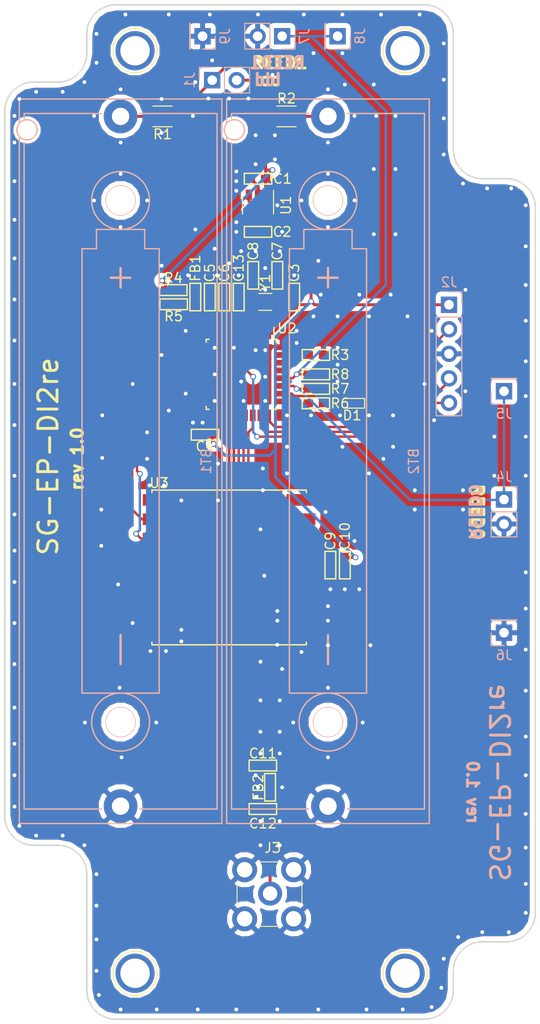
<source format=kicad_pcb>
(kicad_pcb (version 4) (host pcbnew 4.0.7-e2-6376~58~ubuntu16.04.1)
  (layers (0 F.Cu signal) (31 B.Cu signal) (34 B.Paste user) (35 F.Paste user) (36 B.SilkS user) (37 F.SilkS user) (38 B.Mask user) (39 F.Mask user) (44 Edge.Cuts user))
  (net 0 "")
  (net 1 "Net-(BT1-Pad1)")
  (net 2 GND)
  (net 3 "Net-(BT2-Pad1)")
  (net 4 +BATT)
  (net 5 VDD)
  (net 6 VDDA)
  (net 7 OSC32_IN)
  (net 8 OSC32_OUT)
  (net 9 NRST)
  (net 10 "Net-(D1-Pad2)")
  (net 11 "Net-(J1-Pad1)")
  (net 12 SWCLK)
  (net 13 SWDIO)
  (net 14 REED_IN1)
  (net 15 REED_IN0)
  (net 16 REED_EN)
  (net 17 VBAT_DIV)
  (net 18 LED)
  (net 19 BOOT)
  (net 20 VBAT_DIV_EN)
  (net 21 "Net-(U1-Pad4)")
  (net 22 DIO5)
  (net 23 RESET)
  (net 24 NSS)
  (net 25 SCK)
  (net 26 MISO)
  (net 27 MOSI)
  (net 28 "Net-(U2-Pad14)")
  (net 29 "Net-(U2-Pad15)")
  (net 30 DIO3)
  (net 31 DIO4)
  (net 32 DIO0)
  (net 33 DIO1)
  (net 34 DIO2)
  (net 35 "Net-(U2-Pad29)")
  (net 36 "Net-(U2-Pad30)")
  (net 37 ANT1)
  (net 38 ANT2)
  (module raspihats:Via-0.6mm (layer F.Cu) (at 159.25 92.25)
    (fp_text reference REF** hide)
    (fp_text value Via-0.6mm hide)
    (pad 1 thru_hole circle (at 0 0) (size 0.6 0.6) (drill 0.4) (layers *.Cu) (net 2 GND))
  )
  (module raspihats:Via-0.6mm (layer F.Cu) (at 159.25 88.2)
    (fp_text reference REF** hide)
    (fp_text value Via-0.6mm hide)
    (pad 1 thru_hole circle (at 0 0) (size 0.6 0.6) (drill 0.4) (layers *.Cu) (net 2 GND))
  )
  (module raspihats:BHC-186501-P (layer B.Cu) (at 142 90.75 90)
    (fp_text reference BT2 (at 0 8.89 90) (layer B.SilkS) (effects (justify mirror)))
    (fp_text value NCR18650B hide)
    (pad 1 thru_hole circle (at 35.7 0 90) (size 3.5 3.5) (drill 1.8) (layers *.Cu *.Mask) (net 3 "Net-(BT2-Pad1)"))
    (pad 2 thru_hole circle (at -35.7 0 90) (size 3.5 3.5) (drill 1.8) (layers *.Cu *.Mask) (net 2 GND))
    (pad "" np_thru_hole circle (at 27 0 90) (size 3 3) (drill 3) (layers *.Cu *.Mask))
    (pad "" np_thru_hole circle (at -27 0 90) (size 3 3) (drill 3) (layers *.Cu *.Mask))
    (pad "" np_thru_hole circle (at 34.3 -9.7 90) (size 1.8 1.8) (drill 1.8) (layers *.Cu *.Mask))
  )
  (module raspihats:Via-0.6mm (layer F.Cu) (at 137 130.5)
    (fp_text reference REF** hide)
    (fp_text value Via-0.6mm hide)
    (pad 1 thru_hole circle (at 0 0) (size 0.6 0.6) (drill 0.4) (layers *.Cu) (net 2 GND))
  )
  (module raspihats:Via-0.6mm (layer F.Cu) (at 135 130.5)
    (fp_text reference REF** hide)
    (fp_text value Via-0.6mm hide)
    (pad 1 thru_hole circle (at 0 0) (size 0.6 0.6) (drill 0.4) (layers *.Cu) (net 2 GND))
  )
  (module raspihats:Via-0.6mm (layer F.Cu) (at 135 128)
    (fp_text reference REF** hide)
    (fp_text value Via-0.6mm hide)
    (pad 1 thru_hole circle (at 0 0) (size 0.6 0.6) (drill 0.4) (layers *.Cu) (net 2 GND))
  )
  (module raspihats:Via-0.6mm (layer F.Cu) (at 134.5 125.5)
    (fp_text reference REF** hide)
    (fp_text value Via-0.6mm hide)
    (pad 1 thru_hole circle (at 0 0) (size 0.6 0.6) (drill 0.4) (layers *.Cu) (net 2 GND))
  )
  (module raspihats:Via-0.6mm (layer F.Cu) (at 134.5 123.25)
    (fp_text reference REF** hide)
    (fp_text value Via-0.6mm hide)
    (pad 1 thru_hole circle (at 0 0) (size 0.6 0.6) (drill 0.4) (layers *.Cu) (net 2 GND))
  )
  (module raspihats:Via-0.6mm (layer F.Cu) (at 134.75 124.5)
    (fp_text reference REF** hide)
    (fp_text value Via-0.6mm hide)
    (pad 1 thru_hole circle (at 0 0) (size 0.6 0.6) (drill 0.4) (layers *.Cu) (net 2 GND))
  )
  (module raspihats:Via-0.6mm (layer F.Cu) (at 137 128)
    (fp_text reference REF** hide)
    (fp_text value Via-0.6mm hide)
    (pad 1 thru_hole circle (at 0 0) (size 0.6 0.6) (drill 0.4) (layers *.Cu) (net 2 GND))
  )
  (module raspihats:Via-0.6mm (layer F.Cu) (at 137.25 124.5)
    (fp_text reference REF** hide)
    (fp_text value Via-0.6mm hide)
    (pad 1 thru_hole circle (at 0 0) (size 0.6 0.6) (drill 0.4) (layers *.Cu) (net 2 GND))
  )
  (module raspihats:Via-0.6mm (layer F.Cu) (at 137 121)
    (fp_text reference REF** hide)
    (fp_text value Via-0.6mm hide)
    (pad 1 thru_hole circle (at 0 0) (size 0.6 0.6) (drill 0.4) (layers *.Cu) (net 2 GND))
  )
  (module raspihats:Via-0.6mm (layer F.Cu) (at 135 121)
    (fp_text reference REF** hide)
    (fp_text value Via-0.6mm hide)
    (pad 1 thru_hole circle (at 0 0) (size 0.6 0.6) (drill 0.4) (layers *.Cu) (net 2 GND))
  )
  (module raspihats:Via-0.6mm (layer F.Cu) (at 137 118.75)
    (fp_text reference REF** hide)
    (fp_text value Via-0.6mm hide)
    (pad 1 thru_hole circle (at 0 0) (size 0.6 0.6) (drill 0.4) (layers *.Cu) (net 2 GND))
  )
  (module raspihats:Via-0.6mm (layer F.Cu) (at 135 118.75)
    (fp_text reference REF** hide)
    (fp_text value Via-0.6mm hide)
    (pad 1 thru_hole circle (at 0 0) (size 0.6 0.6) (drill 0.4) (layers *.Cu) (net 2 GND))
  )
  (module raspihats:Via-0.6mm (layer F.Cu) (at 135 115.5)
    (fp_text reference REF** hide)
    (fp_text value Via-0.6mm hide)
    (pad 1 thru_hole circle (at 0 0) (size 0.6 0.6) (drill 0.4) (layers *.Cu) (net 2 GND))
  )
  (module raspihats:Via-0.6mm (layer F.Cu) (at 137 115.5)
    (fp_text reference REF** hide)
    (fp_text value Via-0.6mm hide)
    (pad 1 thru_hole circle (at 0 0) (size 0.6 0.6) (drill 0.4) (layers *.Cu) (net 2 GND))
  )
  (module raspihats:Via-0.6mm (layer F.Cu) (at 137.25 112.25)
    (fp_text reference REF** hide)
    (fp_text value Via-0.6mm hide)
    (pad 1 thru_hole circle (at 0 0) (size 0.6 0.6) (drill 0.4) (layers *.Cu) (net 2 GND))
  )
  (module raspihats:Via-0.6mm (layer F.Cu) (at 135 111.5)
    (fp_text reference REF** hide)
    (fp_text value Via-0.6mm hide)
    (pad 1 thru_hole circle (at 0 0) (size 0.6 0.6) (drill 0.4) (layers *.Cu) (net 2 GND))
  )
  (module raspihats:Via-0.6mm (layer F.Cu) (at 139.25 110.5)
    (fp_text reference REF** hide)
    (fp_text value Via-0.6mm hide)
    (pad 1 thru_hole circle (at 0 0) (size 0.6 0.6) (drill 0.4) (layers *.Cu) (net 2 GND))
  )
  (module raspihats:Via-0.6mm (layer F.Cu) (at 136.75 109.75)
    (fp_text reference REF** hide)
    (fp_text value Via-0.6mm hide)
    (pad 1 thru_hole circle (at 0 0) (size 0.6 0.6) (drill 0.4) (layers *.Cu) (net 2 GND))
  )
  (module raspihats:Via-0.6mm (layer F.Cu) (at 134.75 44.5)
    (fp_text reference REF** hide)
    (fp_text value Via-0.6mm hide)
    (pad 1 thru_hole circle (at 0 0) (size 0.6 0.6) (drill 0.4) (layers *.Cu) (net 2 GND))
  )
  (module raspihats:Via-0.6mm (layer F.Cu) (at 153 86.5)
    (fp_text reference REF** hide)
    (fp_text value Via-0.6mm hide)
    (pad 1 thru_hole circle (at 0 0) (size 0.6 0.6) (drill 0.4) (layers *.Cu) (net 2 GND))
  )
  (module raspihats:Via-0.6mm (layer F.Cu) (at 148.75 89.25)
    (fp_text reference REF** hide)
    (fp_text value Via-0.6mm hide)
    (pad 1 thru_hole circle (at 0 0) (size 0.6 0.6) (drill 0.4) (layers *.Cu) (net 2 GND))
  )
  (module raspihats:Via-0.6mm (layer F.Cu) (at 125.5 44.5)
    (fp_text reference REF** hide)
    (fp_text value Via-0.6mm hide)
    (pad 1 thru_hole circle (at 0 0) (size 0.6 0.6) (drill 0.4) (layers *.Cu) (net 2 GND))
  )
  (module raspihats:Via-0.6mm (layer F.Cu) (at 162.5 102.25)
    (fp_text reference REF** hide)
    (fp_text value Via-0.6mm hide)
    (pad 1 thru_hole circle (at 0 0) (size 0.6 0.6) (drill 0.4) (layers *.Cu) (net 2 GND))
  )
  (module raspihats:Via-0.6mm (layer F.Cu) (at 162.5 106)
    (fp_text reference REF** hide)
    (fp_text value Via-0.6mm hide)
    (pad 1 thru_hole circle (at 0 0) (size 0.6 0.6) (drill 0.4) (layers *.Cu) (net 2 GND))
  )
  (module raspihats:Via-0.6mm (layer F.Cu) (at 162.5 110.25)
    (fp_text reference REF** hide)
    (fp_text value Via-0.6mm hide)
    (pad 1 thru_hole circle (at 0 0) (size 0.6 0.6) (drill 0.4) (layers *.Cu) (net 2 GND))
  )
  (module raspihats:Via-0.6mm (layer F.Cu) (at 162.5 114.5)
    (fp_text reference REF** hide)
    (fp_text value Via-0.6mm hide)
    (pad 1 thru_hole circle (at 0 0) (size 0.6 0.6) (drill 0.4) (layers *.Cu) (net 2 GND))
  )
  (module raspihats:Via-0.6mm (layer F.Cu) (at 162.5 119.25)
    (fp_text reference REF** hide)
    (fp_text value Via-0.6mm hide)
    (pad 1 thru_hole circle (at 0 0) (size 0.6 0.6) (drill 0.4) (layers *.Cu) (net 2 GND))
  )
  (module raspihats:Via-0.6mm (layer F.Cu) (at 162.5 123.25)
    (fp_text reference REF** hide)
    (fp_text value Via-0.6mm hide)
    (pad 1 thru_hole circle (at 0 0) (size 0.6 0.6) (drill 0.4) (layers *.Cu) (net 2 GND))
  )
  (module raspihats:Via-0.6mm (layer F.Cu) (at 162.5 127.25)
    (fp_text reference REF** hide)
    (fp_text value Via-0.6mm hide)
    (pad 1 thru_hole circle (at 0 0) (size 0.6 0.6) (drill 0.4) (layers *.Cu) (net 2 GND))
  )
  (module raspihats:Via-0.6mm (layer F.Cu) (at 162.5 130.75)
    (fp_text reference REF** hide)
    (fp_text value Via-0.6mm hide)
    (pad 1 thru_hole circle (at 0 0) (size 0.6 0.6) (drill 0.4) (layers *.Cu) (net 2 GND))
  )
  (module raspihats:Via-0.6mm (layer F.Cu) (at 162.5 134.5)
    (fp_text reference REF** hide)
    (fp_text value Via-0.6mm hide)
    (pad 1 thru_hole circle (at 0 0) (size 0.6 0.6) (drill 0.4) (layers *.Cu) (net 2 GND))
  )
  (module raspihats:Via-0.6mm (layer F.Cu) (at 162.5 137.5)
    (fp_text reference REF** hide)
    (fp_text value Via-0.6mm hide)
    (pad 1 thru_hole circle (at 0 0) (size 0.6 0.6) (drill 0.4) (layers *.Cu) (net 2 GND))
  )
  (module raspihats:Via-0.6mm (layer F.Cu) (at 160.75 139.5)
    (fp_text reference REF** hide)
    (fp_text value Via-0.6mm hide)
    (pad 1 thru_hole circle (at 0 0) (size 0.6 0.6) (drill 0.4) (layers *.Cu) (net 2 GND))
  )
  (module raspihats:Via-0.6mm (layer F.Cu) (at 158 139.5)
    (fp_text reference REF** hide)
    (fp_text value Via-0.6mm hide)
    (pad 1 thru_hole circle (at 0 0) (size 0.6 0.6) (drill 0.4) (layers *.Cu) (net 2 GND))
  )
  (module raspihats:Via-0.6mm (layer F.Cu) (at 155.5 140)
    (fp_text reference REF** hide)
    (fp_text value Via-0.6mm hide)
    (pad 1 thru_hole circle (at 0 0) (size 0.6 0.6) (drill 0.4) (layers *.Cu) (net 2 GND))
  )
  (module raspihats:Via-0.6mm (layer F.Cu) (at 154 142.25)
    (fp_text reference REF** hide)
    (fp_text value Via-0.6mm hide)
    (pad 1 thru_hole circle (at 0 0) (size 0.6 0.6) (drill 0.4) (layers *.Cu) (net 2 GND))
  )
  (module raspihats:Via-0.6mm (layer F.Cu) (at 153.75 145.25)
    (fp_text reference REF** hide)
    (fp_text value Via-0.6mm hide)
    (pad 1 thru_hole circle (at 0 0) (size 0.6 0.6) (drill 0.4) (layers *.Cu) (net 2 GND))
  )
  (module raspihats:Via-0.6mm (layer F.Cu) (at 152.75 147.25)
    (fp_text reference REF** hide)
    (fp_text value Via-0.6mm hide)
    (pad 1 thru_hole circle (at 0 0) (size 0.6 0.6) (drill 0.4) (layers *.Cu) (net 2 GND))
  )
  (module raspihats:Via-0.6mm (layer F.Cu) (at 149.75 147.5)
    (fp_text reference REF** hide)
    (fp_text value Via-0.6mm hide)
    (pad 1 thru_hole circle (at 0 0) (size 0.6 0.6) (drill 0.4) (layers *.Cu) (net 2 GND))
  )
  (module raspihats:Via-0.6mm (layer F.Cu) (at 146 147.5)
    (fp_text reference REF** hide)
    (fp_text value Via-0.6mm hide)
    (pad 1 thru_hole circle (at 0 0) (size 0.6 0.6) (drill 0.4) (layers *.Cu) (net 2 GND))
  )
  (module raspihats:Via-0.6mm (layer F.Cu) (at 141 147.5)
    (fp_text reference REF** hide)
    (fp_text value Via-0.6mm hide)
    (pad 1 thru_hole circle (at 0 0) (size 0.6 0.6) (drill 0.4) (layers *.Cu) (net 2 GND))
  )
  (module raspihats:Via-0.6mm (layer F.Cu) (at 136.75 147.5)
    (fp_text reference REF** hide)
    (fp_text value Via-0.6mm hide)
    (pad 1 thru_hole circle (at 0 0) (size 0.6 0.6) (drill 0.4) (layers *.Cu) (net 2 GND))
  )
  (module raspihats:Via-0.6mm (layer F.Cu) (at 132.5 147.5)
    (fp_text reference REF** hide)
    (fp_text value Via-0.6mm hide)
    (pad 1 thru_hole circle (at 0 0) (size 0.6 0.6) (drill 0.4) (layers *.Cu) (net 2 GND))
  )
  (module raspihats:Via-0.6mm (layer F.Cu) (at 128.5 147.5)
    (fp_text reference REF** hide)
    (fp_text value Via-0.6mm hide)
    (pad 1 thru_hole circle (at 0 0) (size 0.6 0.6) (drill 0.4) (layers *.Cu) (net 2 GND))
  )
  (module raspihats:Via-0.6mm (layer F.Cu) (at 124.25 147.5)
    (fp_text reference REF** hide)
    (fp_text value Via-0.6mm hide)
    (pad 1 thru_hole circle (at 0 0) (size 0.6 0.6) (drill 0.4) (layers *.Cu) (net 2 GND))
  )
  (module raspihats:Via-0.6mm (layer F.Cu) (at 120.5 147.5)
    (fp_text reference REF** hide)
    (fp_text value Via-0.6mm hide)
    (pad 1 thru_hole circle (at 0 0) (size 0.6 0.6) (drill 0.4) (layers *.Cu) (net 2 GND))
  )
  (module raspihats:Via-0.6mm (layer F.Cu) (at 118.25 146)
    (fp_text reference REF** hide)
    (fp_text value Via-0.6mm hide)
    (pad 1 thru_hole circle (at 0 0) (size 0.6 0.6) (drill 0.4) (layers *.Cu) (net 2 GND))
  )
  (module raspihats:Via-0.6mm (layer F.Cu) (at 118 143.5)
    (fp_text reference REF** hide)
    (fp_text value Via-0.6mm hide)
    (pad 1 thru_hole circle (at 0 0) (size 0.6 0.6) (drill 0.4) (layers *.Cu) (net 2 GND))
  )
  (module raspihats:Via-0.6mm (layer F.Cu) (at 118 140.25)
    (fp_text reference REF** hide)
    (fp_text value Via-0.6mm hide)
    (pad 1 thru_hole circle (at 0 0) (size 0.6 0.6) (drill 0.4) (layers *.Cu) (net 2 GND))
  )
  (module raspihats:Via-0.6mm (layer F.Cu) (at 118 136.75)
    (fp_text reference REF** hide)
    (fp_text value Via-0.6mm hide)
    (pad 1 thru_hole circle (at 0 0) (size 0.6 0.6) (drill 0.4) (layers *.Cu) (net 2 GND))
  )
  (module raspihats:Via-0.6mm (layer F.Cu) (at 118 133.5)
    (fp_text reference REF** hide)
    (fp_text value Via-0.6mm hide)
    (pad 1 thru_hole circle (at 0 0) (size 0.6 0.6) (drill 0.4) (layers *.Cu) (net 2 GND))
  )
  (module raspihats:Via-0.6mm (layer F.Cu) (at 116.75 130.5)
    (fp_text reference REF** hide)
    (fp_text value Via-0.6mm hide)
    (pad 1 thru_hole circle (at 0 0) (size 0.6 0.6) (drill 0.4) (layers *.Cu) (net 2 GND))
  )
  (module raspihats:Via-0.6mm (layer F.Cu) (at 114.5 129.5)
    (fp_text reference REF** hide)
    (fp_text value Via-0.6mm hide)
    (pad 1 thru_hole circle (at 0 0) (size 0.6 0.6) (drill 0.4) (layers *.Cu) (net 2 GND))
  )
  (module raspihats:Via-0.6mm (layer F.Cu) (at 111.75 129.5)
    (fp_text reference REF** hide)
    (fp_text value Via-0.6mm hide)
    (pad 1 thru_hole circle (at 0 0) (size 0.6 0.6) (drill 0.4) (layers *.Cu) (net 2 GND))
  )
  (module raspihats:Via-0.6mm (layer F.Cu) (at 110 128.5)
    (fp_text reference REF** hide)
    (fp_text value Via-0.6mm hide)
    (pad 1 thru_hole circle (at 0 0) (size 0.6 0.6) (drill 0.4) (layers *.Cu) (net 2 GND))
  )
  (module raspihats:Via-0.6mm (layer F.Cu) (at 109.5 126.5)
    (fp_text reference REF** hide)
    (fp_text value Via-0.6mm hide)
    (pad 1 thru_hole circle (at 0 0) (size 0.6 0.6) (drill 0.4) (layers *.Cu) (net 2 GND))
  )
  (module raspihats:Via-0.6mm (layer F.Cu) (at 109.5 123.25)
    (fp_text reference REF** hide)
    (fp_text value Via-0.6mm hide)
    (pad 1 thru_hole circle (at 0 0) (size 0.6 0.6) (drill 0.4) (layers *.Cu) (net 2 GND))
  )
  (module raspihats:Via-0.6mm (layer F.Cu) (at 118.5 99.5)
    (fp_text reference REF** hide)
    (fp_text value Via-0.6mm hide)
    (pad 1 thru_hole circle (at 0 0) (size 0.6 0.6) (drill 0.4) (layers *.Cu) (net 2 GND))
  )
  (module raspihats:Via-0.6mm (layer F.Cu) (at 120.25 103.5)
    (fp_text reference REF** hide)
    (fp_text value Via-0.6mm hide)
    (pad 1 thru_hole circle (at 0 0) (size 0.6 0.6) (drill 0.4) (layers *.Cu) (net 2 GND))
  )
  (module raspihats:Via-0.6mm (layer F.Cu) (at 121.75 107.5)
    (fp_text reference REF** hide)
    (fp_text value Via-0.6mm hide)
    (pad 1 thru_hole circle (at 0 0) (size 0.6 0.6) (drill 0.4) (layers *.Cu) (net 2 GND))
  )
  (module raspihats:Via-0.6mm (layer F.Cu) (at 162.5 92.25)
    (fp_text reference REF** hide)
    (fp_text value Via-0.6mm hide)
    (pad 1 thru_hole circle (at 0 0) (size 0.6 0.6) (drill 0.4) (layers *.Cu) (net 2 GND))
  )
  (module raspihats:Via-0.6mm (layer F.Cu) (at 162.5 88.2)
    (fp_text reference REF** hide)
    (fp_text value Via-0.6mm hide)
    (pad 1 thru_hole circle (at 0 0) (size 0.6 0.6) (drill 0.4) (layers *.Cu) (net 2 GND))
  )
  (module raspihats:Via-0.6mm (layer F.Cu) (at 162.5 84)
    (fp_text reference REF** hide)
    (fp_text value Via-0.6mm hide)
    (pad 1 thru_hole circle (at 0 0) (size 0.6 0.6) (drill 0.4) (layers *.Cu) (net 2 GND))
  )
  (module raspihats:Via-0.6mm (layer F.Cu) (at 162.5 80.4)
    (fp_text reference REF** hide)
    (fp_text value Via-0.6mm hide)
    (pad 1 thru_hole circle (at 0 0) (size 0.6 0.6) (drill 0.4) (layers *.Cu) (net 2 GND))
  )
  (module raspihats:Via-0.6mm (layer F.Cu) (at 128 55)
    (fp_text reference REF** hide)
    (fp_text value Via-0.6mm hide)
    (pad 1 thru_hole circle (at 0 0) (size 0.6 0.6) (drill 0.4) (layers *.Cu) (net 2 GND))
  )
  (module raspihats:Via-0.6mm (layer F.Cu) (at 146.4 109.8)
    (fp_text reference REF** hide)
    (fp_text value Via-0.6mm hide)
    (pad 1 thru_hole circle (at 0 0) (size 0.6 0.6) (drill 0.4) (layers *.Cu) (net 2 GND))
  )
  (module raspihats:Via-0.6mm (layer F.Cu) (at 142 109.8)
    (fp_text reference REF** hide)
    (fp_text value Via-0.6mm hide)
    (pad 1 thru_hole circle (at 0 0) (size 0.6 0.6) (drill 0.4) (layers *.Cu) (net 2 GND))
  )
  (module raspihats:Via-0.6mm (layer F.Cu) (at 138.4 117.8)
    (fp_text reference REF** hide)
    (fp_text value Via-0.6mm hide)
    (pad 1 thru_hole circle (at 0 0) (size 0.6 0.6) (drill 0.4) (layers *.Cu) (net 2 GND))
  )
  (module raspihats:Via-0.6mm (layer F.Cu) (at 145.6 117.8)
    (fp_text reference REF** hide)
    (fp_text value Via-0.6mm hide)
    (pad 1 thru_hole circle (at 0 0) (size 0.6 0.6) (drill 0.4) (layers *.Cu) (net 2 GND))
  )
  (module raspihats:Via-0.6mm (layer F.Cu) (at 142 121.4)
    (fp_text reference REF** hide)
    (fp_text value Via-0.6mm hide)
    (pad 1 thru_hole circle (at 0 0) (size 0.6 0.6) (drill 0.4) (layers *.Cu) (net 2 GND))
  )
  (module raspihats:Via-0.6mm (layer F.Cu) (at 142 114.2)
    (fp_text reference REF** hide)
    (fp_text value Via-0.6mm hide)
    (pad 1 thru_hole circle (at 0 0) (size 0.6 0.6) (drill 0.4) (layers *.Cu) (net 2 GND))
  )
  (module raspihats:Via-0.6mm (layer F.Cu) (at 120.6 121.4)
    (fp_text reference REF** hide)
    (fp_text value Via-0.6mm hide)
    (pad 1 thru_hole circle (at 0 0) (size 0.6 0.6) (drill 0.4) (layers *.Cu) (net 2 GND))
  )
  (module raspihats:Via-0.6mm (layer F.Cu) (at 116.8 117.8)
    (fp_text reference REF** hide)
    (fp_text value Via-0.6mm hide)
    (pad 1 thru_hole circle (at 0 0) (size 0.6 0.6) (drill 0.4) (layers *.Cu) (net 2 GND))
  )
  (module raspihats:Via-0.6mm (layer F.Cu) (at 120.4 114.2)
    (fp_text reference REF** hide)
    (fp_text value Via-0.6mm hide)
    (pad 1 thru_hole circle (at 0 0) (size 0.6 0.6) (drill 0.4) (layers *.Cu) (net 2 GND))
  )
  (module raspihats:Via-0.6mm (layer F.Cu) (at 124.2 117.8)
    (fp_text reference REF** hide)
    (fp_text value Via-0.6mm hide)
    (pad 1 thru_hole circle (at 0 0) (size 0.6 0.6) (drill 0.4) (layers *.Cu) (net 2 GND))
  )
  (module raspihats:Via-0.6mm (layer F.Cu) (at 123.6 110.4)
    (fp_text reference REF** hide)
    (fp_text value Via-0.6mm hide)
    (pad 1 thru_hole circle (at 0 0) (size 0.6 0.6) (drill 0.4) (layers *.Cu) (net 2 GND))
  )
  (module raspihats:Via-0.6mm (layer F.Cu) (at 125.2 110.4)
    (fp_text reference REF** hide)
    (fp_text value Via-0.6mm hide)
    (pad 1 thru_hole circle (at 0 0) (size 0.6 0.6) (drill 0.4) (layers *.Cu) (net 2 GND))
  )
  (module raspihats:Via-0.6mm (layer F.Cu) (at 126.8 109.4)
    (fp_text reference REF** hide)
    (fp_text value Via-0.6mm hide)
    (pad 1 thru_hole circle (at 0 0) (size 0.6 0.6) (drill 0.4) (layers *.Cu) (net 2 GND))
  )
  (module raspihats:Via-0.6mm (layer F.Cu) (at 126.8 108.2)
    (fp_text reference REF** hide)
    (fp_text value Via-0.6mm hide)
    (pad 1 thru_hole circle (at 0 0) (size 0.6 0.6) (drill 0.4) (layers *.Cu) (net 2 GND))
  )
  (module raspihats:Via-0.6mm (layer F.Cu) (at 135.4 102.6)
    (fp_text reference REF** hide)
    (fp_text value Via-0.6mm hide)
    (pad 1 thru_hole circle (at 0 0) (size 0.6 0.6) (drill 0.4) (layers *.Cu) (net 2 GND))
  )
  (module raspihats:Via-0.6mm (layer F.Cu) (at 135 97.8)
    (fp_text reference REF** hide)
    (fp_text value Via-0.6mm hide)
    (pad 1 thru_hole circle (at 0 0) (size 0.6 0.6) (drill 0.4) (layers *.Cu) (net 2 GND))
  )
  (module raspihats:Via-0.6mm (layer F.Cu) (at 130.6 91)
    (fp_text reference REF** hide)
    (fp_text value Via-0.6mm hide)
    (pad 1 thru_hole circle (at 0 0) (size 0.6 0.6) (drill 0.4) (layers *.Cu) (net 2 GND))
  )
  (module raspihats:Via-0.6mm (layer F.Cu) (at 130.6 94.8)
    (fp_text reference REF** hide)
    (fp_text value Via-0.6mm hide)
    (pad 1 thru_hole circle (at 0 0) (size 0.6 0.6) (drill 0.4) (layers *.Cu) (net 2 GND))
  )
  (module raspihats:Via-0.6mm (layer F.Cu) (at 152 82.75)
    (fp_text reference REF** hide)
    (fp_text value Via-0.6mm hide)
    (pad 1 thru_hole circle (at 0 0) (size 0.6 0.6) (drill 0.4) (layers *.Cu) (net 2 GND))
  )
  (module raspihats:Via-0.6mm (layer F.Cu) (at 156 93.75)
    (fp_text reference REF** hide)
    (fp_text value Via-0.6mm hide)
    (pad 1 thru_hole circle (at 0 0) (size 0.6 0.6) (drill 0.4) (layers *.Cu) (net 2 GND))
  )
  (module raspihats:Via-0.6mm (layer F.Cu) (at 156 95.75)
    (fp_text reference REF** hide)
    (fp_text value Via-0.6mm hide)
    (pad 1 thru_hole circle (at 0 0) (size 0.6 0.6) (drill 0.4) (layers *.Cu) (net 2 GND))
  )
  (module raspihats:Via-0.6mm (layer F.Cu) (at 141.75 96)
    (fp_text reference REF** hide)
    (fp_text value Via-0.6mm hide)
    (pad 1 thru_hole circle (at 0 0) (size 0.6 0.6) (drill 0.4) (layers *.Cu) (net 2 GND))
  )
  (module raspihats:Via-0.6mm (layer F.Cu) (at 151 95.75)
    (fp_text reference REF** hide)
    (fp_text value Via-0.6mm hide)
    (pad 1 thru_hole circle (at 0 0) (size 0.6 0.6) (drill 0.4) (layers *.Cu) (net 2 GND))
  )
  (module raspihats:Via-0.6mm (layer F.Cu) (at 151 93.75)
    (fp_text reference REF** hide)
    (fp_text value Via-0.6mm hide)
    (pad 1 thru_hole circle (at 0 0) (size 0.6 0.6) (drill 0.4) (layers *.Cu) (net 2 GND))
  )
  (module raspihats:Via-0.6mm (layer F.Cu) (at 146.25 92)
    (fp_text reference REF** hide)
    (fp_text value Via-0.6mm hide)
    (pad 1 thru_hole circle (at 0 0) (size 0.6 0.6) (drill 0.4) (layers *.Cu) (net 2 GND))
  )
  (module raspihats:Via-0.6mm (layer F.Cu) (at 135.25 93.75)
    (fp_text reference REF** hide)
    (fp_text value Via-0.6mm hide)
    (pad 1 thru_hole circle (at 0 0) (size 0.6 0.6) (drill 0.4) (layers *.Cu) (net 2 GND))
  )
  (module raspihats:Via-0.6mm (layer F.Cu) (at 135.25 91.5)
    (fp_text reference REF** hide)
    (fp_text value Via-0.6mm hide)
    (pad 1 thru_hole circle (at 0 0) (size 0.6 0.6) (drill 0.4) (layers *.Cu) (net 2 GND))
  )
  (module raspihats:Via-0.6mm (layer F.Cu) (at 137.75 92)
    (fp_text reference REF** hide)
    (fp_text value Via-0.6mm hide)
    (pad 1 thru_hole circle (at 0 0) (size 0.6 0.6) (drill 0.4) (layers *.Cu) (net 2 GND))
  )
  (module raspihats:Via-0.6mm (layer F.Cu) (at 137.75 89.25)
    (fp_text reference REF** hide)
    (fp_text value Via-0.6mm hide)
    (pad 1 thru_hole circle (at 0 0) (size 0.6 0.6) (drill 0.4) (layers *.Cu) (net 2 GND))
  )
  (module raspihats:Via-0.6mm (layer F.Cu) (at 143.5 89.25)
    (fp_text reference REF** hide)
    (fp_text value Via-0.6mm hide)
    (pad 1 thru_hole circle (at 0 0) (size 0.6 0.6) (drill 0.4) (layers *.Cu) (net 2 GND))
  )
  (module raspihats:Via-0.6mm (layer F.Cu) (at 147.75 90.5)
    (fp_text reference REF** hide)
    (fp_text value Via-0.6mm hide)
    (pad 1 thru_hole circle (at 0 0) (size 0.6 0.6) (drill 0.4) (layers *.Cu) (net 2 GND))
  )
  (module raspihats:Via-0.6mm (layer F.Cu) (at 128.25 66.75)
    (fp_text reference REF** hide)
    (fp_text value Via-0.6mm hide)
    (pad 1 thru_hole circle (at 0 0) (size 0.6 0.6) (drill 0.4) (layers *.Cu) (net 2 GND))
  )
  (module raspihats:Via-0.6mm (layer F.Cu) (at 130.25 84.5)
    (fp_text reference REF** hide)
    (fp_text value Via-0.6mm hide)
    (pad 1 thru_hole circle (at 0 0) (size 0.6 0.6) (drill 0.4) (layers *.Cu) (net 2 GND))
  )
  (module raspihats:BHC-186501-P (layer B.Cu) (at 120.5 90.75 90)
    (fp_text reference BT1 (at 0 8.89 90) (layer B.SilkS) (effects (justify mirror)))
    (fp_text value NCR18650B hide)
    (pad 1 thru_hole circle (at 35.7 0 90) (size 3.5 3.5) (drill 1.8) (layers *.Cu *.Mask) (net 1 "Net-(BT1-Pad1)"))
    (pad 2 thru_hole circle (at -35.7 0 90) (size 3.5 3.5) (drill 1.8) (layers *.Cu *.Mask) (net 2 GND))
    (pad "" np_thru_hole circle (at 27 0 90) (size 3 3) (drill 3) (layers *.Cu *.Mask))
    (pad "" np_thru_hole circle (at -27 0 90) (size 3 3) (drill 3) (layers *.Cu *.Mask))
    (pad "" np_thru_hole circle (at 34.3 -9.7 90) (size 1.8 1.8) (drill 1.8) (layers *.Cu *.Mask))
  )
  (module raspihats:RFM9x (layer F.Cu) (at 123.75 94.75)
    (fp_text reference U3 (at 0.75 -1.75) (layer F.SilkS))
    (fp_text value RFM9x)
    (pad 1 smd rect (at 0.55 0) (size 3 1.2) (layers F.Cu F.Paste F.Mask) (net 2 GND))
    (pad 2 smd rect (at 0.55 2) (size 3 1.2) (layers F.Cu F.Paste F.Mask) (net 26 MISO))
    (pad 3 smd rect (at 0.55 4) (size 3 1.2) (layers F.Cu F.Paste F.Mask) (net 27 MOSI))
    (pad 4 smd rect (at 0.55 6) (size 3 1.2) (layers F.Cu F.Paste F.Mask) (net 25 SCK))
    (pad 5 smd rect (at 0.55 8) (size 3 1.2) (layers F.Cu F.Paste F.Mask) (net 24 NSS))
    (pad 6 smd rect (at 0.55 10) (size 3 1.2) (layers F.Cu F.Paste F.Mask) (net 23 RESET))
    (pad 7 smd rect (at 0.55 12) (size 3 1.2) (layers F.Cu F.Paste F.Mask) (net 22 DIO5))
    (pad 8 smd rect (at 0.55 14) (size 3 1.2) (layers F.Cu F.Paste F.Mask) (net 2 GND))
    (pad 9 smd rect (at 15.45 14) (size 3 1.2) (layers F.Cu F.Paste F.Mask) (net 37 ANT1))
    (pad 10 smd rect (at 15.45 12) (size 3 1.2) (layers F.Cu F.Paste F.Mask) (net 2 GND))
    (pad 11 smd rect (at 15.45 10) (size 3 1.2) (layers F.Cu F.Paste F.Mask) (net 30 DIO3))
    (pad 12 smd rect (at 15.45 8) (size 3 1.2) (layers F.Cu F.Paste F.Mask) (net 31 DIO4))
    (pad 13 smd rect (at 15.45 6) (size 3 1.2) (layers F.Cu F.Paste F.Mask) (net 5 VDD))
    (pad 14 smd rect (at 15.45 4) (size 3 1.2) (layers F.Cu F.Paste F.Mask) (net 32 DIO0))
    (pad 15 smd rect (at 15.45 2) (size 3 1.2) (layers F.Cu F.Paste F.Mask) (net 33 DIO1))
    (pad 16 smd rect (at 15.45 0) (size 3 1.2) (layers F.Cu F.Paste F.Mask) (net 34 DIO2))
  )
  (module raspihats:Via-0.6mm (layer F.Cu) (at 156.25 83.5)
    (fp_text reference REF** hide)
    (fp_text value Via-0.6mm hide)
    (pad 1 thru_hole circle (at 0 0) (size 0.6 0.6) (drill 0.4) (layers *.Cu) (net 2 GND))
  )
  (module raspihats:Via-0.6mm (layer F.Cu) (at 156.25 73)
    (fp_text reference REF** hide)
    (fp_text value Via-0.6mm hide)
    (pad 1 thru_hole circle (at 0 0) (size 0.6 0.6) (drill 0.4) (layers *.Cu) (net 2 GND))
  )
  (module raspihats:Via-0.6mm (layer F.Cu) (at 150.25 75.75)
    (fp_text reference REF** hide)
    (fp_text value Via-0.6mm hide)
    (pad 1 thru_hole circle (at 0 0) (size 0.6 0.6) (drill 0.4) (layers *.Cu) (net 2 GND))
  )
  (module raspihats:Via-0.6mm (layer F.Cu) (at 152.75 77.25)
    (fp_text reference REF** hide)
    (fp_text value Via-0.6mm hide)
    (pad 1 thru_hole circle (at 0 0) (size 0.6 0.6) (drill 0.4) (layers *.Cu) (net 2 GND))
  )
  (module raspihats:Via-0.6mm (layer F.Cu) (at 126.8 94.8)
    (fp_text reference REF** hide)
    (fp_text value Via-0.6mm hide)
    (pad 1 thru_hole circle (at 0 0) (size 0.6 0.6) (drill 0.4) (layers *.Cu) (net 2 GND))
  )
  (module raspihats:Via-0.6mm (layer F.Cu) (at 125 93.25)
    (fp_text reference REF** hide)
    (fp_text value Via-0.6mm hide)
    (pad 1 thru_hole circle (at 0 0) (size 0.6 0.6) (drill 0.4) (layers *.Cu) (net 2 GND))
  )
  (module raspihats:Via-0.6mm (layer F.Cu) (at 123.5 93.25)
    (fp_text reference REF** hide)
    (fp_text value Via-0.6mm hide)
    (pad 1 thru_hole circle (at 0 0) (size 0.6 0.6) (drill 0.4) (layers *.Cu) (net 2 GND))
  )
  (module raspihats:Via-0.6mm (layer F.Cu) (at 123.25 90.5)
    (fp_text reference REF** hide)
    (fp_text value Via-0.6mm hide)
    (pad 1 thru_hole circle (at 0 0) (size 0.6 0.6) (drill 0.4) (layers *.Cu) (net 2 GND))
  )
  (module raspihats:Via-0.6mm (layer F.Cu) (at 123.25 87.75)
    (fp_text reference REF** hide)
    (fp_text value Via-0.6mm hide)
    (pad 1 thru_hole circle (at 0 0) (size 0.6 0.6) (drill 0.4) (layers *.Cu) (net 2 GND))
  )
  (module raspihats:Via-0.6mm (layer F.Cu) (at 125.5 85.5)
    (fp_text reference REF** hide)
    (fp_text value Via-0.6mm hide)
    (pad 1 thru_hole circle (at 0 0) (size 0.6 0.6) (drill 0.4) (layers *.Cu) (net 2 GND))
  )
  (module raspihats:Via-0.6mm (layer F.Cu) (at 135.5 70.75)
    (fp_text reference REF** hide)
    (fp_text value Via-0.6mm hide)
    (pad 1 thru_hole circle (at 0 0) (size 0.6 0.6) (drill 0.4) (layers *.Cu) (net 2 GND))
  )
  (module raspihats:Via-0.6mm (layer F.Cu) (at 135.5 73)
    (fp_text reference REF** hide)
    (fp_text value Via-0.6mm hide)
    (pad 1 thru_hole circle (at 0 0) (size 0.6 0.6) (drill 0.4) (layers *.Cu) (net 2 GND))
  )
  (module raspihats:Via-0.6mm (layer F.Cu) (at 143 82.5)
    (fp_text reference REF** hide)
    (fp_text value Via-0.6mm hide)
    (pad 1 thru_hole circle (at 0 0) (size 0.6 0.6) (drill 0.4) (layers *.Cu) (net 2 GND))
  )
  (module raspihats:Via-0.6mm (layer F.Cu) (at 143.25 86)
    (fp_text reference REF** hide)
    (fp_text value Via-0.6mm hide)
    (pad 1 thru_hole circle (at 0 0) (size 0.6 0.6) (drill 0.4) (layers *.Cu) (net 2 GND))
  )
  (module raspihats:Via-0.6mm (layer F.Cu) (at 140.25 86)
    (fp_text reference REF** hide)
    (fp_text value Via-0.6mm hide)
    (pad 1 thru_hole circle (at 0 0) (size 0.6 0.6) (drill 0.4) (layers *.Cu) (net 2 GND))
  )
  (module raspihats:Via-0.6mm (layer F.Cu) (at 137.75 86)
    (fp_text reference REF** hide)
    (fp_text value Via-0.6mm hide)
    (pad 1 thru_hole circle (at 0 0) (size 0.6 0.6) (drill 0.4) (layers *.Cu) (net 2 GND))
  )
  (module raspihats:Via-0.6mm (layer F.Cu) (at 146.25 86)
    (fp_text reference REF** hide)
    (fp_text value Via-0.6mm hide)
    (pad 1 thru_hole circle (at 0 0) (size 0.6 0.6) (drill 0.4) (layers *.Cu) (net 2 GND))
  )
  (module raspihats:Via-0.6mm (layer F.Cu) (at 143 80.75)
    (fp_text reference REF** hide)
    (fp_text value Via-0.6mm hide)
    (pad 1 thru_hole circle (at 0 0) (size 0.6 0.6) (drill 0.4) (layers *.Cu) (net 2 GND))
  )
  (module raspihats:Via-0.6mm (layer F.Cu) (at 148.75 86)
    (fp_text reference REF** hide)
    (fp_text value Via-0.6mm hide)
    (pad 1 thru_hole circle (at 0 0) (size 0.6 0.6) (drill 0.4) (layers *.Cu) (net 2 GND))
  )
  (module raspihats:Via-0.6mm (layer F.Cu) (at 136.5 59.5)
    (fp_text reference REF** hide)
    (fp_text value Via-0.6mm hide)
    (pad 1 thru_hole circle (at 0 0) (size 0.6 0.6) (drill 0.4) (layers *.Cu) (net 2 GND))
  )
  (module raspihats:Via-0.6mm (layer F.Cu) (at 134.5 60)
    (fp_text reference REF** hide)
    (fp_text value Via-0.6mm hide)
    (pad 1 thru_hole circle (at 0 0) (size 0.6 0.6) (drill 0.4) (layers *.Cu) (net 2 GND))
  )
  (module raspihats:Via-0.6mm (layer F.Cu) (at 134.5 57)
    (fp_text reference REF** hide)
    (fp_text value Via-0.6mm hide)
    (pad 1 thru_hole circle (at 0 0) (size 0.6 0.6) (drill 0.4) (layers *.Cu) (net 2 GND))
  )
  (module raspihats:Via-0.6mm (layer F.Cu) (at 142 57.75)
    (fp_text reference REF** hide)
    (fp_text value Via-0.6mm hide)
    (pad 1 thru_hole circle (at 0 0) (size 0.6 0.6) (drill 0.4) (layers *.Cu) (net 2 GND))
  )
  (module raspihats:Via-0.6mm (layer F.Cu) (at 144.75 55)
    (fp_text reference REF** hide)
    (fp_text value Via-0.6mm hide)
    (pad 1 thru_hole circle (at 0 0) (size 0.6 0.6) (drill 0.4) (layers *.Cu) (net 2 GND))
  )
  (module raspihats:Via-0.6mm (layer F.Cu) (at 142 52.25)
    (fp_text reference REF** hide)
    (fp_text value Via-0.6mm hide)
    (pad 1 thru_hole circle (at 0 0) (size 0.6 0.6) (drill 0.4) (layers *.Cu) (net 2 GND))
  )
  (module raspihats:Via-0.6mm (layer F.Cu) (at 128.25 51.5)
    (fp_text reference REF** hide)
    (fp_text value Via-0.6mm hide)
    (pad 1 thru_hole circle (at 0 0) (size 0.6 0.6) (drill 0.4) (layers *.Cu) (net 2 GND))
  )
  (module raspihats:Via-0.6mm (layer F.Cu) (at 124.75 53.25)
    (fp_text reference REF** hide)
    (fp_text value Via-0.6mm hide)
    (pad 1 thru_hole circle (at 0 0) (size 0.6 0.6) (drill 0.4) (layers *.Cu) (net 2 GND))
  )
  (module raspihats:Via-0.6mm (layer F.Cu) (at 124.75 56.75)
    (fp_text reference REF** hide)
    (fp_text value Via-0.6mm hide)
    (pad 1 thru_hole circle (at 0 0) (size 0.6 0.6) (drill 0.4) (layers *.Cu) (net 2 GND))
  )
  (module raspihats:Via-0.6mm (layer F.Cu) (at 120.5 57.75)
    (fp_text reference REF** hide)
    (fp_text value Via-0.6mm hide)
    (pad 1 thru_hole circle (at 0 0) (size 0.6 0.6) (drill 0.4) (layers *.Cu) (net 2 GND))
  )
  (module raspihats:Via-0.6mm (layer F.Cu) (at 120.5 52.25)
    (fp_text reference REF** hide)
    (fp_text value Via-0.6mm hide)
    (pad 1 thru_hole circle (at 0 0) (size 0.6 0.6) (drill 0.4) (layers *.Cu) (net 2 GND))
  )
  (module raspihats:Via-0.6mm (layer F.Cu) (at 121 44.5)
    (fp_text reference REF** hide)
    (fp_text value Via-0.6mm hide)
    (pad 1 thru_hole circle (at 0 0) (size 0.6 0.6) (drill 0.4) (layers *.Cu) (net 2 GND))
  )
  (module raspihats:Via-0.6mm (layer F.Cu) (at 129.75 44.5)
    (fp_text reference REF** hide)
    (fp_text value Via-0.6mm hide)
    (pad 1 thru_hole circle (at 0 0) (size 0.6 0.6) (drill 0.4) (layers *.Cu) (net 2 GND))
  )
  (module raspihats:Via-0.6mm (layer F.Cu) (at 134.75 49.25)
    (fp_text reference REF** hide)
    (fp_text value Via-0.6mm hide)
    (pad 1 thru_hole circle (at 0 0) (size 0.6 0.6) (drill 0.4) (layers *.Cu) (net 2 GND))
  )
  (module raspihats:Via-0.6mm (layer F.Cu) (at 136.25 50.75)
    (fp_text reference REF** hide)
    (fp_text value Via-0.6mm hide)
    (pad 1 thru_hole circle (at 0 0) (size 0.6 0.6) (drill 0.4) (layers *.Cu) (net 2 GND))
  )
  (module raspihats:Via-0.6mm (layer F.Cu) (at 137.25 53.25)
    (fp_text reference REF** hide)
    (fp_text value Via-0.6mm hide)
    (pad 1 thru_hole circle (at 0 0) (size 0.6 0.6) (drill 0.4) (layers *.Cu) (net 2 GND))
  )
  (module raspihats:Via-0.6mm (layer F.Cu) (at 139.25 63.75)
    (fp_text reference REF** hide)
    (fp_text value Via-0.6mm hide)
    (pad 1 thru_hole circle (at 0 0) (size 0.6 0.6) (drill 0.4) (layers *.Cu) (net 2 GND))
  )
  (module raspihats:Via-0.6mm (layer F.Cu) (at 132.5 60.75)
    (fp_text reference REF** hide)
    (fp_text value Via-0.6mm hide)
    (pad 1 thru_hole circle (at 0 0) (size 0.6 0.6) (drill 0.4) (layers *.Cu) (net 2 GND))
  )
  (module raspihats:Via-0.6mm (layer F.Cu) (at 132.5 61.75)
    (fp_text reference REF** hide)
    (fp_text value Via-0.6mm hide)
    (pad 1 thru_hole circle (at 0 0) (size 0.6 0.6) (drill 0.4) (layers *.Cu) (net 2 GND))
  )
  (module raspihats:Via-0.6mm (layer F.Cu) (at 132.5 62.75)
    (fp_text reference REF** hide)
    (fp_text value Via-0.6mm hide)
    (pad 1 thru_hole circle (at 0 0) (size 0.6 0.6) (drill 0.4) (layers *.Cu) (net 2 GND))
  )
  (module raspihats:Via-0.6mm (layer F.Cu) (at 132.75 71.5)
    (fp_text reference REF** hide)
    (fp_text value Via-0.6mm hide)
    (pad 1 thru_hole circle (at 0 0) (size 0.6 0.6) (drill 0.4) (layers *.Cu) (net 2 GND))
  )
  (module raspihats:Via-0.6mm (layer F.Cu) (at 130.5 71.5)
    (fp_text reference REF** hide)
    (fp_text value Via-0.6mm hide)
    (pad 1 thru_hole circle (at 0 0) (size 0.6 0.6) (drill 0.4) (layers *.Cu) (net 2 GND))
  )
  (module raspihats:Via-0.6mm (layer F.Cu) (at 130.25 68.75)
    (fp_text reference REF** hide)
    (fp_text value Via-0.6mm hide)
    (pad 1 thru_hole circle (at 0 0) (size 0.6 0.6) (drill 0.4) (layers *.Cu) (net 2 GND))
  )
  (module raspihats:Via-0.6mm (layer F.Cu) (at 120.5 61)
    (fp_text reference REF** hide)
    (fp_text value Via-0.6mm hide)
    (pad 1 thru_hole circle (at 0 0) (size 0.6 0.6) (drill 0.4) (layers *.Cu) (net 2 GND))
  )
  (module raspihats:Via-0.6mm (layer F.Cu) (at 133.75 53.2)
    (fp_text reference REF** hide)
    (fp_text value Via-0.6mm hide)
    (pad 1 thru_hole circle (at 0 0) (size 0.6 0.6) (drill 0.4) (layers *.Cu) (net 2 GND))
  )
  (module raspihats:Via-0.6mm (layer F.Cu) (at 131.75 53.2)
    (fp_text reference REF** hide)
    (fp_text value Via-0.6mm hide)
    (pad 1 thru_hole circle (at 0 0) (size 0.6 0.6) (drill 0.4) (layers *.Cu) (net 2 GND))
  )
  (module raspihats:Via-0.6mm (layer F.Cu) (at 129.6 53.2)
    (fp_text reference REF** hide)
    (fp_text value Via-0.6mm hide)
    (pad 1 thru_hole circle (at 0 0) (size 0.6 0.6) (drill 0.4) (layers *.Cu) (net 2 GND))
  )
  (module raspihats:Via-0.6mm (layer F.Cu) (at 109.5 55)
    (fp_text reference REF** hide)
    (fp_text value Via-0.6mm hide)
    (pad 1 thru_hole circle (at 0 0) (size 0.6 0.6) (drill 0.4) (layers *.Cu) (net 2 GND))
  )
  (module raspihats:Via-0.6mm (layer F.Cu) (at 109.5 57.75)
    (fp_text reference REF** hide)
    (fp_text value Via-0.6mm hide)
    (pad 1 thru_hole circle (at 0 0) (size 0.6 0.6) (drill 0.4) (layers *.Cu) (net 2 GND))
  )
  (module raspihats:Via-0.6mm (layer F.Cu) (at 145.25 73.5)
    (fp_text reference REF** hide)
    (fp_text value Via-0.6mm hide)
    (pad 1 thru_hole circle (at 0 0) (size 0.6 0.6) (drill 0.4) (layers *.Cu) (net 2 GND))
  )
  (module raspihats:Via-0.6mm (layer F.Cu) (at 149 55)
    (fp_text reference REF** hide)
    (fp_text value Via-0.6mm hide)
    (pad 1 thru_hole circle (at 0 0) (size 0.6 0.6) (drill 0.4) (layers *.Cu) (net 2 GND))
  )
  (module raspihats:Via-0.6mm (layer F.Cu) (at 162.5 76.2)
    (fp_text reference REF** hide)
    (fp_text value Via-0.6mm hide)
    (pad 1 thru_hole circle (at 0 0) (size 0.6 0.6) (drill 0.4) (layers *.Cu) (net 2 GND))
  )
  (module raspihats:Via-0.6mm (layer F.Cu) (at 143.75 51.75)
    (fp_text reference REF** hide)
    (fp_text value Via-0.6mm hide)
    (pad 1 thru_hole circle (at 0 0) (size 0.6 0.6) (drill 0.4) (layers *.Cu) (net 2 GND))
  )
  (module raspihats:Via-0.6mm (layer F.Cu) (at 147 55)
    (fp_text reference REF** hide)
    (fp_text value Via-0.6mm hide)
    (pad 1 thru_hole circle (at 0 0) (size 0.6 0.6) (drill 0.4) (layers *.Cu) (net 2 GND))
  )
  (module raspihats:Via-0.6mm (layer F.Cu) (at 140.5 48.5)
    (fp_text reference REF** hide)
    (fp_text value Via-0.6mm hide)
    (pad 1 thru_hole circle (at 0 0) (size 0.6 0.6) (drill 0.4) (layers *.Cu) (net 2 GND))
  )
  (module raspihats:Via-0.6mm (layer F.Cu) (at 146.75 51.75)
    (fp_text reference REF** hide)
    (fp_text value Via-0.6mm hide)
    (pad 1 thru_hole circle (at 0 0) (size 0.6 0.6) (drill 0.4) (layers *.Cu) (net 2 GND))
  )
  (module raspihats:Via-0.6mm (layer F.Cu) (at 143.5 48.5)
    (fp_text reference REF** hide)
    (fp_text value Via-0.6mm hide)
    (pad 1 thru_hole circle (at 0 0) (size 0.6 0.6) (drill 0.4) (layers *.Cu) (net 2 GND))
  )
  (module raspihats:Via-0.6mm (layer F.Cu) (at 109.5 61.75)
    (fp_text reference REF** hide)
    (fp_text value Via-0.6mm hide)
    (pad 1 thru_hole circle (at 0 0) (size 0.6 0.6) (drill 0.4) (layers *.Cu) (net 2 GND))
  )
  (module raspihats:Via-0.6mm (layer F.Cu) (at 109.5 74)
    (fp_text reference REF** hide)
    (fp_text value Via-0.6mm hide)
    (pad 1 thru_hole circle (at 0 0) (size 0.6 0.6) (drill 0.4) (layers *.Cu) (net 2 GND))
  )
  (module raspihats:Via-0.6mm (layer F.Cu) (at 141 70)
    (fp_text reference REF** hide)
    (fp_text value Via-0.6mm hide)
    (pad 1 thru_hole circle (at 0 0) (size 0.6 0.6) (drill 0.4) (layers *.Cu) (net 2 GND))
  )
  (module raspihats:Via-0.6mm (layer F.Cu) (at 134.5 69)
    (fp_text reference REF** hide)
    (fp_text value Via-0.6mm hide)
    (pad 1 thru_hole circle (at 0 0) (size 0.6 0.6) (drill 0.4) (layers *.Cu) (net 2 GND))
  )
  (module raspihats:Via-0.6mm (layer F.Cu) (at 148.5 73.5)
    (fp_text reference REF** hide)
    (fp_text value Via-0.6mm hide)
    (pad 1 thru_hole circle (at 0 0) (size 0.6 0.6) (drill 0.4) (layers *.Cu) (net 2 GND))
  )
  (module raspihats:Via-0.6mm (layer F.Cu) (at 141.25 73.5)
    (fp_text reference REF** hide)
    (fp_text value Via-0.6mm hide)
    (pad 1 thru_hole circle (at 0 0) (size 0.6 0.6) (drill 0.4) (layers *.Cu) (net 2 GND))
  )
  (module raspihats:Via-0.6mm (layer F.Cu) (at 143.75 104)
    (fp_text reference REF** hide)
    (fp_text value Via-0.6mm hide)
    (pad 1 thru_hole circle (at 0 0) (size 0.6 0.6) (drill 0.4) (layers *.Cu) (net 2 GND))
  )
  (module raspihats:Via-0.6mm (layer F.Cu) (at 145.25 104)
    (fp_text reference REF** hide)
    (fp_text value Via-0.6mm hide)
    (pad 1 thru_hole circle (at 0 0) (size 0.6 0.6) (drill 0.4) (layers *.Cu) (net 2 GND))
  )
  (module raspihats:Via-0.6mm (layer F.Cu) (at 127.25 77.25)
    (fp_text reference REF** hide)
    (fp_text value Via-0.6mm hide)
    (pad 1 thru_hole circle (at 0 0) (size 0.6 0.6) (drill 0.4) (layers *.Cu) (net 2 GND))
  )
  (module raspihats:Via-0.6mm (layer F.Cu) (at 118.6 86)
    (fp_text reference REF** hide)
    (fp_text value Via-0.6mm hide)
    (pad 1 thru_hole circle (at 0 0) (size 0.6 0.6) (drill 0.4) (layers *.Cu) (net 2 GND))
  )
  (module raspihats:Via-0.6mm (layer F.Cu) (at 143 79)
    (fp_text reference REF** hide)
    (fp_text value Via-0.6mm hide)
    (pad 1 thru_hole circle (at 0 0) (size 0.6 0.6) (drill 0.4) (layers *.Cu) (net 2 GND))
  )
  (module raspihats:Via-0.6mm (layer F.Cu) (at 138.75 77.25)
    (fp_text reference REF** hide)
    (fp_text value Via-0.6mm hide)
    (pad 1 thru_hole circle (at 0 0) (size 0.6 0.6) (drill 0.4) (layers *.Cu) (net 2 GND))
  )
  (module raspihats:Via-0.6mm (layer F.Cu) (at 133 69)
    (fp_text reference REF** hide)
    (fp_text value Via-0.6mm hide)
    (pad 1 thru_hole circle (at 0 0) (size 0.6 0.6) (drill 0.4) (layers *.Cu) (net 2 GND))
  )
  (module raspihats:Via-0.6mm (layer F.Cu) (at 132.5 67)
    (fp_text reference REF** hide)
    (fp_text value Via-0.6mm hide)
    (pad 1 thru_hole circle (at 0 0) (size 0.6 0.6) (drill 0.4) (layers *.Cu) (net 2 GND))
  )
  (module raspihats:Via-0.6mm (layer F.Cu) (at 132.5 66)
    (fp_text reference REF** hide)
    (fp_text value Via-0.6mm hide)
    (pad 1 thru_hole circle (at 0 0) (size 0.6 0.6) (drill 0.4) (layers *.Cu) (net 2 GND))
  )
  (module raspihats:Via-0.6mm (layer F.Cu) (at 123.25 63.75)
    (fp_text reference REF** hide)
    (fp_text value Via-0.6mm hide)
    (pad 1 thru_hole circle (at 0 0) (size 0.6 0.6) (drill 0.4) (layers *.Cu) (net 2 GND))
  )
  (module raspihats:Via-0.6mm (layer F.Cu) (at 142.25 104)
    (fp_text reference REF** hide)
    (fp_text value Via-0.6mm hide)
    (pad 1 thru_hole circle (at 0 0) (size 0.6 0.6) (drill 0.4) (layers *.Cu) (net 2 GND))
  )
  (module raspihats:Via-0.6mm (layer F.Cu) (at 142 105.75)
    (fp_text reference REF** hide)
    (fp_text value Via-0.6mm hide)
    (pad 1 thru_hole circle (at 0 0) (size 0.6 0.6) (drill 0.4) (layers *.Cu) (net 2 GND))
  )
  (module raspihats:Via-0.6mm (layer F.Cu) (at 124.75 79.75)
    (fp_text reference REF** hide)
    (fp_text value Via-0.6mm hide)
    (pad 1 thru_hole circle (at 0 0) (size 0.6 0.6) (drill 0.4) (layers *.Cu) (net 2 GND))
  )
  (module raspihats:Via-0.6mm (layer F.Cu) (at 118.6 90.4)
    (fp_text reference REF** hide)
    (fp_text value Via-0.6mm hide)
    (pad 1 thru_hole circle (at 0 0) (size 0.6 0.6) (drill 0.4) (layers *.Cu) (net 2 GND))
  )
  (module raspihats:Via-0.6mm (layer F.Cu) (at 143 75.75)
    (fp_text reference REF** hide)
    (fp_text value Via-0.6mm hide)
    (pad 1 thru_hole circle (at 0 0) (size 0.6 0.6) (drill 0.4) (layers *.Cu) (net 2 GND))
  )
  (module raspihats:Via-0.6mm (layer F.Cu) (at 140.5 75.75)
    (fp_text reference REF** hide)
    (fp_text value Via-0.6mm hide)
    (pad 1 thru_hole circle (at 0 0) (size 0.6 0.6) (drill 0.4) (layers *.Cu) (net 2 GND))
  )
  (module raspihats:Via-0.6mm (layer F.Cu) (at 127.5 71.5)
    (fp_text reference REF** hide)
    (fp_text value Via-0.6mm hide)
    (pad 1 thru_hole circle (at 0 0) (size 0.6 0.6) (drill 0.4) (layers *.Cu) (net 2 GND))
  )
  (module raspihats:Via-0.6mm (layer F.Cu) (at 137 69)
    (fp_text reference REF** hide)
    (fp_text value Via-0.6mm hide)
    (pad 1 thru_hole circle (at 0 0) (size 0.6 0.6) (drill 0.4) (layers *.Cu) (net 2 GND))
  )
  (module raspihats:Via-0.6mm (layer F.Cu) (at 138.5 71.5)
    (fp_text reference REF** hide)
    (fp_text value Via-0.6mm hide)
    (pad 1 thru_hole circle (at 0 0) (size 0.6 0.6) (drill 0.4) (layers *.Cu) (net 2 GND))
  )
  (module raspihats:Via-0.6mm (layer F.Cu) (at 120.5 66.5)
    (fp_text reference REF** hide)
    (fp_text value Via-0.6mm hide)
    (pad 1 thru_hole circle (at 0 0) (size 0.6 0.6) (drill 0.4) (layers *.Cu) (net 2 GND))
  )
  (module raspihats:Via-0.6mm (layer F.Cu) (at 142 107.25)
    (fp_text reference REF** hide)
    (fp_text value Via-0.6mm hide)
    (pad 1 thru_hole circle (at 0 0) (size 0.6 0.6) (drill 0.4) (layers *.Cu) (net 2 GND))
  )
  (module raspihats:Via-0.6mm (layer F.Cu) (at 136.75 106.25)
    (fp_text reference REF** hide)
    (fp_text value Via-0.6mm hide)
    (pad 1 thru_hole circle (at 0 0) (size 0.6 0.6) (drill 0.4) (layers *.Cu) (net 2 GND))
  )
  (module raspihats:Via-0.6mm (layer F.Cu) (at 121.75 82.75)
    (fp_text reference REF** hide)
    (fp_text value Via-0.6mm hide)
    (pad 1 thru_hole circle (at 0 0) (size 0.6 0.6) (drill 0.4) (layers *.Cu) (net 2 GND))
  )
  (module raspihats:Via-0.6mm (layer F.Cu) (at 118.5 95.75)
    (fp_text reference REF** hide)
    (fp_text value Via-0.6mm hide)
    (pad 1 thru_hole circle (at 0 0) (size 0.6 0.6) (drill 0.4) (layers *.Cu) (net 2 GND))
  )
  (module raspihats:Via-0.6mm (layer F.Cu) (at 146.25 75.75)
    (fp_text reference REF** hide)
    (fp_text value Via-0.6mm hide)
    (pad 1 thru_hole circle (at 0 0) (size 0.6 0.6) (drill 0.4) (layers *.Cu) (net 2 GND))
  )
  (module raspihats:Via-0.6mm (layer F.Cu) (at 109.5 78.25)
    (fp_text reference REF** hide)
    (fp_text value Via-0.6mm hide)
    (pad 1 thru_hole circle (at 0 0) (size 0.6 0.6) (drill 0.4) (layers *.Cu) (net 2 GND))
  )
  (module raspihats:Via-0.6mm (layer F.Cu) (at 124.75 70.5)
    (fp_text reference REF** hide)
    (fp_text value Via-0.6mm hide)
    (pad 1 thru_hole circle (at 0 0) (size 0.6 0.6) (drill 0.4) (layers *.Cu) (net 2 GND))
  )
  (module raspihats:Via-0.6mm (layer F.Cu) (at 131.75 70.25)
    (fp_text reference REF** hide)
    (fp_text value Via-0.6mm hide)
    (pad 1 thru_hole circle (at 0 0) (size 0.6 0.6) (drill 0.4) (layers *.Cu) (net 2 GND))
  )
  (module raspihats:Via-0.6mm (layer F.Cu) (at 130 49.25)
    (fp_text reference REF** hide)
    (fp_text value Via-0.6mm hide)
    (pad 1 thru_hole circle (at 0 0) (size 0.6 0.6) (drill 0.4) (layers *.Cu) (net 2 GND))
  )
  (module raspihats:Via-0.6mm (layer F.Cu) (at 117.75 63.75)
    (fp_text reference REF** hide)
    (fp_text value Via-0.6mm hide)
    (pad 1 thru_hole circle (at 0 0) (size 0.6 0.6) (drill 0.4) (layers *.Cu) (net 2 GND))
  )
  (module raspihats:Via-0.6mm (layer F.Cu) (at 144.75 99)
    (fp_text reference REF** hide)
    (fp_text value Via-0.6mm hide)
    (pad 1 thru_hole circle (at 0 0) (size 0.6 0.6) (drill 0.4) (layers *.Cu) (net 2 GND))
  )
  (module raspihats:Via-0.6mm (layer F.Cu) (at 136.75 107.25)
    (fp_text reference REF** hide)
    (fp_text value Via-0.6mm hide)
    (pad 1 thru_hole circle (at 0 0) (size 0.6 0.6) (drill 0.4) (layers *.Cu) (net 2 GND))
  )
  (module raspihats:Via-0.6mm (layer F.Cu) (at 130.25 79)
    (fp_text reference REF** hide)
    (fp_text value Via-0.6mm hide)
    (pad 1 thru_hole circle (at 0 0) (size 0.6 0.6) (drill 0.4) (layers *.Cu) (net 2 GND))
  )
  (module raspihats:Via-0.6mm (layer F.Cu) (at 132.25 79)
    (fp_text reference REF** hide)
    (fp_text value Via-0.6mm hide)
    (pad 1 thru_hole circle (at 0 0) (size 0.6 0.6) (drill 0.4) (layers *.Cu) (net 2 GND))
  )
  (module raspihats:Via-0.6mm (layer F.Cu) (at 117.75 55)
    (fp_text reference REF** hide)
    (fp_text value Via-0.6mm hide)
    (pad 1 thru_hole circle (at 0 0) (size 0.6 0.6) (drill 0.4) (layers *.Cu) (net 2 GND))
  )
  (module raspihats:Via-0.6mm (layer F.Cu) (at 109.5 69.75)
    (fp_text reference REF** hide)
    (fp_text value Via-0.6mm hide)
    (pad 1 thru_hole circle (at 0 0) (size 0.6 0.6) (drill 0.4) (layers *.Cu) (net 2 GND))
  )
  (module raspihats:Via-0.6mm (layer F.Cu) (at 146.75 67.25)
    (fp_text reference REF** hide)
    (fp_text value Via-0.6mm hide)
    (pad 1 thru_hole circle (at 0 0) (size 0.6 0.6) (drill 0.4) (layers *.Cu) (net 2 GND))
  )
  (module raspihats:Via-0.6mm (layer F.Cu) (at 149 67.25)
    (fp_text reference REF** hide)
    (fp_text value Via-0.6mm hide)
    (pad 1 thru_hole circle (at 0 0) (size 0.6 0.6) (drill 0.4) (layers *.Cu) (net 2 GND))
  )
  (module raspihats:Via-0.6mm (layer F.Cu) (at 142 61)
    (fp_text reference REF** hide)
    (fp_text value Via-0.6mm hide)
    (pad 1 thru_hole circle (at 0 0) (size 0.6 0.6) (drill 0.4) (layers *.Cu) (net 2 GND))
  )
  (module raspihats:Via-0.6mm (layer F.Cu) (at 136.75 64.25)
    (fp_text reference REF** hide)
    (fp_text value Via-0.6mm hide)
    (pad 1 thru_hole circle (at 0 0) (size 0.6 0.6) (drill 0.4) (layers *.Cu) (net 2 GND))
  )
  (module raspihats:Via-0.6mm (layer F.Cu) (at 109.5 116.25)
    (fp_text reference REF** hide)
    (fp_text value Via-0.6mm hide)
    (pad 1 thru_hole circle (at 0 0) (size 0.6 0.6) (drill 0.4) (layers *.Cu) (net 2 GND))
  )
  (module raspihats:Via-0.6mm (layer F.Cu) (at 109.5 120)
    (fp_text reference REF** hide)
    (fp_text value Via-0.6mm hide)
    (pad 1 thru_hole circle (at 0 0) (size 0.6 0.6) (drill 0.4) (layers *.Cu) (net 2 GND))
  )
  (module raspihats:Via-0.6mm (layer F.Cu) (at 134.5 79.25)
    (fp_text reference REF** hide)
    (fp_text value Via-0.6mm hide)
    (pad 1 thru_hole circle (at 0 0) (size 0.6 0.6) (drill 0.4) (layers *.Cu) (net 2 GND))
  )
  (module raspihats:Via-0.6mm (layer F.Cu) (at 135.5 79.25)
    (fp_text reference REF** hide)
    (fp_text value Via-0.6mm hide)
    (pad 1 thru_hole circle (at 0 0) (size 0.6 0.6) (drill 0.4) (layers *.Cu) (net 2 GND))
  )
  (module raspihats:Via-0.6mm (layer F.Cu) (at 110 53.25)
    (fp_text reference REF** hide)
    (fp_text value Via-0.6mm hide)
    (pad 1 thru_hole circle (at 0 0) (size 0.6 0.6) (drill 0.4) (layers *.Cu) (net 2 GND))
  )
  (module raspihats:Via-0.6mm (layer F.Cu) (at 109.5 65.75)
    (fp_text reference REF** hide)
    (fp_text value Via-0.6mm hide)
    (pad 1 thru_hole circle (at 0 0) (size 0.6 0.6) (drill 0.4) (layers *.Cu) (net 2 GND))
  )
  (module raspihats:Via-0.6mm (layer F.Cu) (at 149 60.5)
    (fp_text reference REF** hide)
    (fp_text value Via-0.6mm hide)
    (pad 1 thru_hole circle (at 0 0) (size 0.6 0.6) (drill 0.4) (layers *.Cu) (net 2 GND))
  )
  (module raspihats:Via-0.6mm (layer F.Cu) (at 142 66.5)
    (fp_text reference REF** hide)
    (fp_text value Via-0.6mm hide)
    (pad 1 thru_hole circle (at 0 0) (size 0.6 0.6) (drill 0.4) (layers *.Cu) (net 2 GND))
  )
  (module raspihats:Via-0.6mm (layer F.Cu) (at 136.5 57)
    (fp_text reference REF** hide)
    (fp_text value Via-0.6mm hide)
    (pad 1 thru_hole circle (at 0 0) (size 0.6 0.6) (drill 0.4) (layers *.Cu) (net 2 GND))
  )
  (module raspihats:Via-0.6mm (layer F.Cu) (at 137.25 67)
    (fp_text reference REF** hide)
    (fp_text value Via-0.6mm hide)
    (pad 1 thru_hole circle (at 0 0) (size 0.6 0.6) (drill 0.4) (layers *.Cu) (net 2 GND))
  )
  (module raspihats:Via-0.6mm (layer F.Cu) (at 109.5 100)
    (fp_text reference REF** hide)
    (fp_text value Via-0.6mm hide)
    (pad 1 thru_hole circle (at 0 0) (size 0.6 0.6) (drill 0.4) (layers *.Cu) (net 2 GND))
  )
  (module raspihats:Via-0.6mm (layer F.Cu) (at 109.5 111.75)
    (fp_text reference REF** hide)
    (fp_text value Via-0.6mm hide)
    (pad 1 thru_hole circle (at 0 0) (size 0.6 0.6) (drill 0.4) (layers *.Cu) (net 2 GND))
  )
  (module raspihats:Via-0.6mm (layer F.Cu) (at 130.25 81.75)
    (fp_text reference REF** hide)
    (fp_text value Via-0.6mm hide)
    (pad 1 thru_hole circle (at 0 0) (size 0.6 0.6) (drill 0.4) (layers *.Cu) (net 2 GND))
  )
  (module raspihats:Via-0.6mm (layer F.Cu) (at 133 82.5)
    (fp_text reference REF** hide)
    (fp_text value Via-0.6mm hide)
    (pad 1 thru_hole circle (at 0 0) (size 0.6 0.6) (drill 0.4) (layers *.Cu) (net 2 GND))
  )
  (module raspihats:Via-0.6mm (layer F.Cu) (at 116.75 51.5)
    (fp_text reference REF** hide)
    (fp_text value Via-0.6mm hide)
    (pad 1 thru_hole circle (at 0 0) (size 0.6 0.6) (drill 0.4) (layers *.Cu) (net 2 GND))
  )
  (module raspihats:Via-0.6mm (layer F.Cu) (at 111.75 52.5)
    (fp_text reference REF** hide)
    (fp_text value Via-0.6mm hide)
    (pad 1 thru_hole circle (at 0 0) (size 0.6 0.6) (drill 0.4) (layers *.Cu) (net 2 GND))
  )
  (module raspihats:Via-0.6mm (layer F.Cu) (at 162.5 68.5)
    (fp_text reference REF** hide)
    (fp_text value Via-0.6mm hide)
    (pad 1 thru_hole circle (at 0 0) (size 0.6 0.6) (drill 0.4) (layers *.Cu) (net 2 GND))
  )
  (module raspihats:Via-0.6mm (layer F.Cu) (at 146.75 60.5)
    (fp_text reference REF** hide)
    (fp_text value Via-0.6mm hide)
    (pad 1 thru_hole circle (at 0 0) (size 0.6 0.6) (drill 0.4) (layers *.Cu) (net 2 GND))
  )
  (module raspihats:Via-0.6mm (layer F.Cu) (at 144.75 63.75)
    (fp_text reference REF** hide)
    (fp_text value Via-0.6mm hide)
    (pad 1 thru_hole circle (at 0 0) (size 0.6 0.6) (drill 0.4) (layers *.Cu) (net 2 GND))
  )
  (module raspihats:Via-0.6mm (layer F.Cu) (at 162.5 72.5)
    (fp_text reference REF** hide)
    (fp_text value Via-0.6mm hide)
    (pad 1 thru_hole circle (at 0 0) (size 0.6 0.6) (drill 0.4) (layers *.Cu) (net 2 GND))
  )
  (module raspihats:Via-0.6mm (layer F.Cu) (at 109.5 96.25)
    (fp_text reference REF** hide)
    (fp_text value Via-0.6mm hide)
    (pad 1 thru_hole circle (at 0 0) (size 0.6 0.6) (drill 0.4) (layers *.Cu) (net 2 GND))
  )
  (module raspihats:Via-0.6mm (layer F.Cu) (at 109.5 107.5)
    (fp_text reference REF** hide)
    (fp_text value Via-0.6mm hide)
    (pad 1 thru_hole circle (at 0 0) (size 0.6 0.6) (drill 0.4) (layers *.Cu) (net 2 GND))
  )
  (module raspihats:Via-0.6mm (layer F.Cu) (at 135.5 82)
    (fp_text reference REF** hide)
    (fp_text value Via-0.6mm hide)
    (pad 1 thru_hole circle (at 0 0) (size 0.6 0.6) (drill 0.4) (layers *.Cu) (net 2 GND))
  )
  (module raspihats:Via-0.6mm (layer F.Cu) (at 133.25 84.5)
    (fp_text reference REF** hide)
    (fp_text value Via-0.6mm hide)
    (pad 1 thru_hole circle (at 0 0) (size 0.6 0.6) (drill 0.4) (layers *.Cu) (net 2 GND))
  )
  (module raspihats:Via-0.6mm (layer F.Cu) (at 118 49.5)
    (fp_text reference REF** hide)
    (fp_text value Via-0.6mm hide)
    (pad 1 thru_hole circle (at 0 0) (size 0.6 0.6) (drill 0.4) (layers *.Cu) (net 2 GND))
  )
  (module raspihats:Via-0.6mm (layer F.Cu) (at 114.5 52.5)
    (fp_text reference REF** hide)
    (fp_text value Via-0.6mm hide)
    (pad 1 thru_hole circle (at 0 0) (size 0.6 0.6) (drill 0.4) (layers *.Cu) (net 2 GND))
  )
  (module raspihats:Via-0.6mm (layer F.Cu) (at 162.5 64.25)
    (fp_text reference REF** hide)
    (fp_text value Via-0.6mm hide)
    (pad 1 thru_hole circle (at 0 0) (size 0.6 0.6) (drill 0.4) (layers *.Cu) (net 2 GND))
  )
  (module raspihats:Via-0.6mm (layer F.Cu) (at 161 62.5)
    (fp_text reference REF** hide)
    (fp_text value Via-0.6mm hide)
    (pad 1 thru_hole circle (at 0 0) (size 0.6 0.6) (drill 0.4) (layers *.Cu) (net 2 GND))
  )
  (module raspihats:Via-0.6mm (layer F.Cu) (at 158.5 62.5)
    (fp_text reference REF** hide)
    (fp_text value Via-0.6mm hide)
    (pad 1 thru_hole circle (at 0 0) (size 0.6 0.6) (drill 0.4) (layers *.Cu) (net 2 GND))
  )
  (module raspihats:Via-0.6mm (layer F.Cu) (at 156 62)
    (fp_text reference REF** hide)
    (fp_text value Via-0.6mm hide)
    (pad 1 thru_hole circle (at 0 0) (size 0.6 0.6) (drill 0.4) (layers *.Cu) (net 2 GND))
  )
  (module raspihats:Via-0.6mm (layer F.Cu) (at 109.5 92.25)
    (fp_text reference REF** hide)
    (fp_text value Via-0.6mm hide)
    (pad 1 thru_hole circle (at 0 0) (size 0.6 0.6) (drill 0.4) (layers *.Cu) (net 2 GND))
  )
  (module raspihats:Via-0.6mm (layer F.Cu) (at 109.5 103.25)
    (fp_text reference REF** hide)
    (fp_text value Via-0.6mm hide)
    (pad 1 thru_hole circle (at 0 0) (size 0.6 0.6) (drill 0.4) (layers *.Cu) (net 2 GND))
  )
  (module raspihats:Via-0.6mm (layer F.Cu) (at 127.25 83.75)
    (fp_text reference REF** hide)
    (fp_text value Via-0.6mm hide)
    (pad 1 thru_hole circle (at 0 0) (size 0.6 0.6) (drill 0.4) (layers *.Cu) (net 2 GND))
  )
  (module raspihats:Via-0.6mm (layer F.Cu) (at 135.5 84.5)
    (fp_text reference REF** hide)
    (fp_text value Via-0.6mm hide)
    (pad 1 thru_hole circle (at 0 0) (size 0.6 0.6) (drill 0.4) (layers *.Cu) (net 2 GND))
  )
  (module raspihats:Via-0.6mm (layer F.Cu) (at 151.5 44.5)
    (fp_text reference REF** hide)
    (fp_text value Via-0.6mm hide)
    (pad 1 thru_hole circle (at 0 0) (size 0.6 0.6) (drill 0.4) (layers *.Cu) (net 2 GND))
  )
  (module raspihats:Via-0.6mm (layer F.Cu) (at 118 46.5)
    (fp_text reference REF** hide)
    (fp_text value Via-0.6mm hide)
    (pad 1 thru_hole circle (at 0 0) (size 0.6 0.6) (drill 0.4) (layers *.Cu) (net 2 GND))
  )
  (module raspihats:Via-0.6mm (layer F.Cu) (at 154 59)
    (fp_text reference REF** hide)
    (fp_text value Via-0.6mm hide)
    (pad 1 thru_hole circle (at 0 0) (size 0.6 0.6) (drill 0.4) (layers *.Cu) (net 2 GND))
  )
  (module raspihats:Via-0.6mm (layer F.Cu) (at 154 55.25)
    (fp_text reference REF** hide)
    (fp_text value Via-0.6mm hide)
    (pad 1 thru_hole circle (at 0 0) (size 0.6 0.6) (drill 0.4) (layers *.Cu) (net 2 GND))
  )
  (module raspihats:Via-0.6mm (layer F.Cu) (at 154 51.25)
    (fp_text reference REF** hide)
    (fp_text value Via-0.6mm hide)
    (pad 1 thru_hole circle (at 0 0) (size 0.6 0.6) (drill 0.4) (layers *.Cu) (net 2 GND))
  )
  (module raspihats:Via-0.6mm (layer F.Cu) (at 154 47.5)
    (fp_text reference REF** hide)
    (fp_text value Via-0.6mm hide)
    (pad 1 thru_hole circle (at 0 0) (size 0.6 0.6) (drill 0.4) (layers *.Cu) (net 2 GND))
  )
  (module raspihats:Via-0.6mm (layer F.Cu) (at 109.5 82.75)
    (fp_text reference REF** hide)
    (fp_text value Via-0.6mm hide)
    (pad 1 thru_hole circle (at 0 0) (size 0.6 0.6) (drill 0.4) (layers *.Cu) (net 2 GND))
  )
  (module raspihats:Via-0.6mm (layer F.Cu) (at 109.5 87)
    (fp_text reference REF** hide)
    (fp_text value Via-0.6mm hide)
    (pad 1 thru_hole circle (at 0 0) (size 0.6 0.6) (drill 0.4) (layers *.Cu) (net 2 GND))
  )
  (module raspihats:Via-0.6mm (layer F.Cu) (at 129 86.75)
    (fp_text reference REF** hide)
    (fp_text value Via-0.6mm hide)
    (pad 1 thru_hole circle (at 0 0) (size 0.6 0.6) (drill 0.4) (layers *.Cu) (net 2 GND))
  )
  (module raspihats:Via-0.6mm (layer F.Cu) (at 128 86.75)
    (fp_text reference REF** hide)
    (fp_text value Via-0.6mm hide)
    (pad 1 thru_hole circle (at 0 0) (size 0.6 0.6) (drill 0.4) (layers *.Cu) (net 2 GND))
  )
  (module raspihats:Via-0.6mm (layer F.Cu) (at 147.5 44.5)
    (fp_text reference REF** hide)
    (fp_text value Via-0.6mm hide)
    (pad 1 thru_hole circle (at 0 0) (size 0.6 0.6) (drill 0.4) (layers *.Cu) (net 2 GND))
  )
  (module raspihats:Via-0.6mm (layer F.Cu) (at 143.5 44.5)
    (fp_text reference REF** hide)
    (fp_text value Via-0.6mm hide)
    (pad 1 thru_hole circle (at 0 0) (size 0.6 0.6) (drill 0.4) (layers *.Cu) (net 2 GND))
  )
  (module Crystals:Crystal_SMD_3215-2pin_3.2x1.5mm (layer F.Cu) (at 135.5 74.25 180)
    (fp_text reference Y1 (at 0 2 270) (layer F.SilkS))
    (fp_text value LFXTAL009678)
    (pad 1 smd rect (at 1.25 0 180) (size 1 1.8) (layers F.Cu F.Paste F.Mask) (net 8 OSC32_OUT))
    (pad 2 smd rect (at -1.25 0 180) (size 1 1.8) (layers F.Cu F.Paste F.Mask) (net 7 OSC32_IN))
  )
  (module raspihats:C_0603 (layer F.Cu) (at 134.75 61.5 180)
    (fp_text reference C1 (at -2.54 0 180) (layer F.SilkS))
    (fp_text value 1uF)
    (pad 1 smd rect (at -0.7874 0 180) (size 0.965 0.8) (layers F.Cu F.Paste F.Mask) (net 4 +BATT))
    (pad 2 smd rect (at 0.7874 0 180) (size 0.965 0.8) (layers F.Cu F.Paste F.Mask) (net 2 GND))
  )
  (module Connectors:1pin (layer F.Cu) (at 150 48.25)
    (fp_text reference REF** hide)
    (fp_text value 1pin)
    (pad "" np_thru_hole circle (at 0 0) (size 4.064 4.064) (drill 3.048) (layers *.Cu *.Mask))
  )
  (module Connectors:1pin (layer F.Cu) (at 122 48.25)
    (fp_text reference REF** hide)
    (fp_text value 1pin)
    (pad "" np_thru_hole circle (at 0 0) (size 4.064 4.064) (drill 3.048) (layers *.Cu *.Mask))
  )
  (module Connectors:1pin (layer F.Cu) (at 150 143.75)
    (fp_text reference REF** hide)
    (fp_text value 1pin)
    (pad "" np_thru_hole circle (at 0 0) (size 4.064 4.064) (drill 3.048) (layers *.Cu *.Mask))
  )
  (module Connectors:1pin (layer F.Cu) (at 122 143.75)
    (fp_text reference REF** hide)
    (fp_text value 1pin)
    (pad "" np_thru_hole circle (at 0 0) (size 4.064 4.064) (drill 3.048) (layers *.Cu *.Mask))
  )
  (module LEDs:LED_0603 (layer F.Cu) (at 144.5 84.75 180)
    (fp_text reference D1 (at 0 -1.25 180) (layer F.SilkS))
    (fp_text value LED)
    (pad 2 smd rect (at 0.8 0) (size 0.8 0.8) (layers F.Cu F.Paste F.Mask) (net 10 "Net-(D1-Pad2)"))
    (pad 1 smd rect (at -0.8 0) (size 0.8 0.8) (layers F.Cu F.Paste F.Mask) (net 2 GND))
  )
  (module Pin_Headers:Pin_Header_Straight_1x02_Pitch2.54mm (layer B.Cu) (at 130 51.3 270)
    (fp_text reference J1 (at 0 2.33 270) (layer B.SilkS) (effects (justify mirror)))
    (fp_text value Idd)
    (pad 1 thru_hole rect (at 0 0 270) (size 1.7 1.7) (drill 1) (layers *.Cu *.Mask) (net 11 "Net-(J1-Pad1)"))
    (pad 2 thru_hole oval (at 0 -2.54 270) (size 1.7 1.7) (drill 1) (layers *.Cu *.Mask) (net 4 +BATT))
  )
  (module Pin_Headers:Pin_Header_Straight_1x05_Pitch2.54mm (layer B.Cu) (at 154.55 74.55 180)
    (fp_text reference J2 (at 0 2.33 180) (layer B.SilkS) (effects (justify mirror)))
    (fp_text value SWD)
    (pad 1 thru_hole rect (at 0 0 180) (size 1.7 1.7) (drill 1) (layers *.Cu *.Mask) (net 5 VDD))
    (pad 2 thru_hole oval (at 0 -2.54 180) (size 1.7 1.7) (drill 1) (layers *.Cu *.Mask) (net 12 SWCLK))
    (pad 3 thru_hole oval (at 0 -5.08 180) (size 1.7 1.7) (drill 1) (layers *.Cu *.Mask) (net 2 GND))
    (pad 4 thru_hole oval (at 0 -7.62 180) (size 1.7 1.7) (drill 1) (layers *.Cu *.Mask) (net 13 SWDIO))
    (pad 5 thru_hole oval (at 0 -10.16 180) (size 1.7 1.7) (drill 1) (layers *.Cu *.Mask) (net 9 NRST))
  )
  (module Resistors_SMD:R_1206 (layer F.Cu) (at 124.85 55.05 180)
    (fp_text reference R1 (at 0 -1.85 180) (layer F.SilkS))
    (fp_text value 10)
    (pad 1 smd rect (at -1.45 0 180) (size 0.9 1.7) (layers F.Cu F.Paste F.Mask) (net 11 "Net-(J1-Pad1)"))
    (pad 2 smd rect (at 1.45 0 180) (size 0.9 1.7) (layers F.Cu F.Paste F.Mask) (net 1 "Net-(BT1-Pad1)"))
  )
  (module Resistors_SMD:R_1206 (layer F.Cu) (at 137.7 55.05)
    (fp_text reference R2 (at 0 -1.85) (layer F.SilkS))
    (fp_text value 10)
    (pad 1 smd rect (at -1.45 0) (size 0.9 1.7) (layers F.Cu F.Paste F.Mask) (net 11 "Net-(J1-Pad1)"))
    (pad 2 smd rect (at 1.45 0) (size 0.9 1.7) (layers F.Cu F.Paste F.Mask) (net 3 "Net-(BT2-Pad1)"))
  )
  (module TO_SOT_Packages_SMD:SOT-23-5 (layer F.Cu) (at 134.75 64.25 270)
    (fp_text reference U1 (at 0 -2.9 270) (layer F.SilkS))
    (fp_text value STLQ015M33R)
    (pad 1 smd rect (at -1.1 -0.95 270) (size 1.06 0.65) (layers F.Cu F.Paste F.Mask) (net 4 +BATT))
    (pad 2 smd rect (at -1.1 0 270) (size 1.06 0.65) (layers F.Cu F.Paste F.Mask) (net 2 GND))
    (pad 3 smd rect (at -1.1 0.95 270) (size 1.06 0.65) (layers F.Cu F.Paste F.Mask) (net 4 +BATT))
    (pad 4 smd rect (at 1.1 0.95 270) (size 1.06 0.65) (layers F.Cu F.Paste F.Mask) (net 21 "Net-(U1-Pad4)"))
    (pad 5 smd rect (at 1.1 -0.95 270) (size 1.06 0.65) (layers F.Cu F.Paste F.Mask) (net 5 VDD))
  )
  (module Housings_QFP:LQFP-32_7x7mm_Pitch0.8mm (layer F.Cu) (at 133 81.75 270)
    (fp_text reference U2 (at -4.75 -4.75 360) (layer F.SilkS))
    (fp_text value STM32L0x1K)
    (pad 1 smd rect (at -4.25 -2.8 270) (size 1.2 0.6) (layers F.Cu F.Paste F.Mask) (net 5 VDD))
    (pad 2 smd rect (at -4.25 -2 270) (size 1.2 0.6) (layers F.Cu F.Paste F.Mask) (net 7 OSC32_IN))
    (pad 3 smd rect (at -4.25 -1.2 270) (size 1.2 0.6) (layers F.Cu F.Paste F.Mask) (net 8 OSC32_OUT))
    (pad 4 smd rect (at -4.25 -0.4 270) (size 1.2 0.6) (layers F.Cu F.Paste F.Mask) (net 9 NRST))
    (pad 5 smd rect (at -4.25 0.4 270) (size 1.2 0.6) (layers F.Cu F.Paste F.Mask) (net 6 VDDA))
    (pad 6 smd rect (at -4.25 1.2 270) (size 1.2 0.6) (layers F.Cu F.Paste F.Mask) (net 17 VBAT_DIV))
    (pad 7 smd rect (at -4.25 2 270) (size 1.2 0.6) (layers F.Cu F.Paste F.Mask) (net 20 VBAT_DIV_EN))
    (pad 8 smd rect (at -4.25 2.8 270) (size 1.2 0.6) (layers F.Cu F.Paste F.Mask) (net 22 DIO5))
    (pad 9 smd rect (at -2.8 4.25) (size 1.2 0.6) (layers F.Cu F.Paste F.Mask) (net 23 RESET))
    (pad 10 smd rect (at -2 4.25) (size 1.2 0.6) (layers F.Cu F.Paste F.Mask) (net 24 NSS))
    (pad 11 smd rect (at -1.2 4.25) (size 1.2 0.6) (layers F.Cu F.Paste F.Mask) (net 25 SCK))
    (pad 12 smd rect (at -0.4 4.25) (size 1.2 0.6) (layers F.Cu F.Paste F.Mask) (net 26 MISO))
    (pad 13 smd rect (at 0.4 4.25) (size 1.2 0.6) (layers F.Cu F.Paste F.Mask) (net 27 MOSI))
    (pad 14 smd rect (at 1.2 4.25) (size 1.2 0.6) (layers F.Cu F.Paste F.Mask) (net 28 "Net-(U2-Pad14)"))
    (pad 15 smd rect (at 2 4.25) (size 1.2 0.6) (layers F.Cu F.Paste F.Mask) (net 29 "Net-(U2-Pad15)"))
    (pad 16 smd rect (at 2.8 4.25) (size 1.2 0.6) (layers F.Cu F.Paste F.Mask) (net 2 GND))
    (pad 17 smd rect (at 4.25 2.8 270) (size 1.2 0.6) (layers F.Cu F.Paste F.Mask) (net 5 VDD))
    (pad 18 smd rect (at 4.25 2 270) (size 1.2 0.6) (layers F.Cu F.Paste F.Mask) (net 30 DIO3))
    (pad 19 smd rect (at 4.25 1.2 270) (size 1.2 0.6) (layers F.Cu F.Paste F.Mask) (net 31 DIO4))
    (pad 20 smd rect (at 4.25 0.4 270) (size 1.2 0.6) (layers F.Cu F.Paste F.Mask) (net 32 DIO0))
    (pad 21 smd rect (at 4.25 -0.4 270) (size 1.2 0.6) (layers F.Cu F.Paste F.Mask) (net 33 DIO1))
    (pad 22 smd rect (at 4.25 -1.2 270) (size 1.2 0.6) (layers F.Cu F.Paste F.Mask) (net 34 DIO2))
    (pad 23 smd rect (at 4.25 -2 270) (size 1.2 0.6) (layers F.Cu F.Paste F.Mask) (net 13 SWDIO))
    (pad 24 smd rect (at 4.25 -2.8 270) (size 1.2 0.6) (layers F.Cu F.Paste F.Mask) (net 12 SWCLK))
    (pad 25 smd rect (at 2.8 -4.25) (size 1.2 0.6) (layers F.Cu F.Paste F.Mask) (net 18 LED))
    (pad 26 smd rect (at 2 -4.25) (size 1.2 0.6) (layers F.Cu F.Paste F.Mask) (net 16 REED_EN))
    (pad 27 smd rect (at 1.2 -4.25) (size 1.2 0.6) (layers F.Cu F.Paste F.Mask) (net 15 REED_IN0))
    (pad 28 smd rect (at 0.4 -4.25) (size 1.2 0.6) (layers F.Cu F.Paste F.Mask) (net 14 REED_IN1))
    (pad 29 smd rect (at -0.4 -4.25) (size 1.2 0.6) (layers F.Cu F.Paste F.Mask) (net 35 "Net-(U2-Pad29)"))
    (pad 30 smd rect (at -1.2 -4.25) (size 1.2 0.6) (layers F.Cu F.Paste F.Mask) (net 36 "Net-(U2-Pad30)"))
    (pad 31 smd rect (at -2 -4.25) (size 1.2 0.6) (layers F.Cu F.Paste F.Mask) (net 19 BOOT))
    (pad 32 smd rect (at -2.8 -4.25) (size 1.2 0.6) (layers F.Cu F.Paste F.Mask) (net 2 GND))
  )
  (module raspihats:C_0603 (layer F.Cu) (at 134.75 67 180)
    (fp_text reference C2 (at -2.5 0 180) (layer F.SilkS))
    (fp_text value 1uF)
    (pad 1 smd rect (at -0.7874 0 180) (size 0.965 0.8) (layers F.Cu F.Paste F.Mask) (net 5 VDD))
    (pad 2 smd rect (at 0.7874 0 180) (size 0.965 0.8) (layers F.Cu F.Paste F.Mask) (net 2 GND))
  )
  (module raspihats:C_0603 (layer F.Cu) (at 138.5 73.75 90)
    (fp_text reference C3 (at 2.5 0 90) (layer F.SilkS))
    (fp_text value 100nF)
    (pad 1 smd rect (at -0.7874 0 90) (size 0.965 0.8) (layers F.Cu F.Paste F.Mask) (net 5 VDD))
    (pad 2 smd rect (at 0.7874 0 90) (size 0.965 0.8) (layers F.Cu F.Paste F.Mask) (net 2 GND))
  )
  (module raspihats:C_0603 (layer F.Cu) (at 129.25 88 180)
    (fp_text reference C4 (at 0 -1.2192 180) (layer F.SilkS))
    (fp_text value 100nF)
    (pad 1 smd rect (at -0.7874 0 180) (size 0.965 0.8) (layers F.Cu F.Paste F.Mask) (net 5 VDD))
    (pad 2 smd rect (at 0.7874 0 180) (size 0.965 0.8) (layers F.Cu F.Paste F.Mask) (net 2 GND))
  )
  (module raspihats:C_0603 (layer F.Cu) (at 129.75 73.75 90)
    (fp_text reference C5 (at 2.5 0 90) (layer F.SilkS))
    (fp_text value 100nF)
    (pad 1 smd rect (at -0.7874 0 90) (size 0.965 0.8) (layers F.Cu F.Paste F.Mask) (net 6 VDDA))
    (pad 2 smd rect (at 0.7874 0 90) (size 0.965 0.8) (layers F.Cu F.Paste F.Mask) (net 2 GND))
  )
  (module raspihats:C_0603 (layer F.Cu) (at 131.25 73.75 90)
    (fp_text reference C6 (at 2.5 0 90) (layer F.SilkS))
    (fp_text value 1uF)
    (pad 1 smd rect (at -0.7874 0 90) (size 0.965 0.8) (layers F.Cu F.Paste F.Mask) (net 6 VDDA))
    (pad 2 smd rect (at 0.7874 0 90) (size 0.965 0.8) (layers F.Cu F.Paste F.Mask) (net 2 GND))
  )
  (module raspihats:C_0603 (layer F.Cu) (at 136.75 71.5 270)
    (fp_text reference C7 (at -2.5 0 270) (layer F.SilkS))
    (fp_text value 4.3pF)
    (pad 1 smd rect (at -0.7874 0 270) (size 0.965 0.8) (layers F.Cu F.Paste F.Mask) (net 2 GND))
    (pad 2 smd rect (at 0.7874 0 270) (size 0.965 0.8) (layers F.Cu F.Paste F.Mask) (net 7 OSC32_IN))
  )
  (module raspihats:C_0603 (layer F.Cu) (at 134.25 71.5 270)
    (fp_text reference C8 (at -2.5 0 270) (layer F.SilkS))
    (fp_text value 4.3pF)
    (pad 1 smd rect (at -0.7874 0 270) (size 0.965 0.8) (layers F.Cu F.Paste F.Mask) (net 2 GND))
    (pad 2 smd rect (at 0.7874 0 270) (size 0.965 0.8) (layers F.Cu F.Paste F.Mask) (net 8 OSC32_OUT))
  )
  (module raspihats:C_0603 (layer F.Cu) (at 142.25 101.5 270)
    (fp_text reference C9 (at -2.5 0 270) (layer F.SilkS))
    (fp_text value 100nF)
    (pad 1 smd rect (at -0.7874 0 270) (size 0.965 0.8) (layers F.Cu F.Paste F.Mask) (net 5 VDD))
    (pad 2 smd rect (at 0.7874 0 270) (size 0.965 0.8) (layers F.Cu F.Paste F.Mask) (net 2 GND))
  )
  (module raspihats:C_0603 (layer F.Cu) (at 143.75 101.5 270)
    (fp_text reference C10 (at -3 0 270) (layer F.SilkS))
    (fp_text value 10uF)
    (pad 1 smd rect (at -0.7874 0 270) (size 0.965 0.8) (layers F.Cu F.Paste F.Mask) (net 5 VDD))
    (pad 2 smd rect (at 0.7874 0 270) (size 0.965 0.8) (layers F.Cu F.Paste F.Mask) (net 2 GND))
  )
  (module raspihats:C_0603 (layer F.Cu) (at 135.25 122.25 180)
    (fp_text reference C11 (at 0 1.25 180) (layer F.SilkS))
    (fp_text value 100nF)
    (pad 1 smd rect (at -0.7874 0 180) (size 0.965 0.8) (layers F.Cu F.Paste F.Mask) (net 37 ANT1))
    (pad 2 smd rect (at 0.7874 0 180) (size 0.965 0.8) (layers F.Cu F.Paste F.Mask) (net 2 GND))
  )
  (module raspihats:L_0603 (layer F.Cu) (at 128.25 73.75 90)
    (fp_text reference FB1 (at 3 0 90) (layer F.SilkS))
    (fp_text value BLM18TG601TN1D)
    (pad 1 smd rect (at -0.7874 0 90) (size 0.965 0.8) (layers F.Cu F.Paste F.Mask) (net 6 VDDA))
    (pad 2 smd rect (at 0.7874 0 90) (size 0.965 0.8) (layers F.Cu F.Paste F.Mask) (net 5 VDD))
  )
  (module raspihats:R_0603 (layer F.Cu) (at 140.75 79.75)
    (fp_text reference R3 (at 2.5 0) (layer F.SilkS))
    (fp_text value 680)
    (pad 1 smd rect (at -0.7874 0) (size 0.965 0.8) (layers F.Cu F.Paste F.Mask) (net 19 BOOT))
    (pad 2 smd rect (at 0.7874 0) (size 0.965 0.8) (layers F.Cu F.Paste F.Mask) (net 2 GND))
  )
  (module raspihats:R_0603 (layer F.Cu) (at 125.966186 73.029757)
    (fp_text reference R4 (at 0 -1.25) (layer F.SilkS))
    (fp_text value 47K)
    (pad 1 smd rect (at -0.7874 0) (size 0.965 0.8) (layers F.Cu F.Paste F.Mask) (net 4 +BATT))
    (pad 2 smd rect (at 0.7874 0) (size 0.965 0.8) (layers F.Cu F.Paste F.Mask) (net 17 VBAT_DIV))
  )
  (module raspihats:R_0603 (layer F.Cu) (at 126 74.5 180)
    (fp_text reference R5 (at 0 -1.25 180) (layer F.SilkS))
    (fp_text value 47K)
    (pad 1 smd rect (at -0.7874 0 180) (size 0.965 0.8) (layers F.Cu F.Paste F.Mask) (net 17 VBAT_DIV))
    (pad 2 smd rect (at 0.7874 0 180) (size 0.965 0.8) (layers F.Cu F.Paste F.Mask) (net 20 VBAT_DIV_EN))
  )
  (module raspihats:R_0603 (layer F.Cu) (at 140.75 84.75)
    (fp_text reference R6 (at 2.5 0) (layer F.SilkS))
    (fp_text value 10K)
    (pad 1 smd rect (at -0.7874 0) (size 0.965 0.8) (layers F.Cu F.Paste F.Mask) (net 18 LED))
    (pad 2 smd rect (at 0.7874 0) (size 0.965 0.8) (layers F.Cu F.Paste F.Mask) (net 10 "Net-(D1-Pad2)"))
  )
  (module raspihats:R_0603 (layer F.Cu) (at 140.75 83.25 180)
    (fp_text reference R7 (at -2.5 0 180) (layer F.SilkS))
    (fp_text value 330K)
    (pad 1 smd rect (at -0.7874 0 180) (size 0.965 0.8) (layers F.Cu F.Paste F.Mask) (net 16 REED_EN))
    (pad 2 smd rect (at 0.7874 0 180) (size 0.965 0.8) (layers F.Cu F.Paste F.Mask) (net 15 REED_IN0))
  )
  (module raspihats:R_0603 (layer F.Cu) (at 140.75 81.75 180)
    (fp_text reference R8 (at -2.5 0 180) (layer F.SilkS))
    (fp_text value 330K)
    (pad 1 smd rect (at -0.7874 0 180) (size 0.965 0.8) (layers F.Cu F.Paste F.Mask) (net 16 REED_EN))
    (pad 2 smd rect (at 0.7874 0 180) (size 0.965 0.8) (layers F.Cu F.Paste F.Mask) (net 14 REED_IN1))
  )
  (module raspihats:C_0603 (layer F.Cu) (at 135.25 126.75 180)
    (fp_text reference C12 (at 0 -1.5 180) (layer F.SilkS))
    (fp_text value 100nF)
    (pad 1 smd rect (at -0.7874 0 180) (size 0.965 0.8) (layers F.Cu F.Paste F.Mask) (net 38 ANT2))
    (pad 2 smd rect (at 0.7874 0 180) (size 0.965 0.8) (layers F.Cu F.Paste F.Mask) (net 2 GND))
  )
  (module raspihats:C_0603 (layer F.Cu) (at 132.75 73.75 90)
    (fp_text reference C13 (at 3 0 90) (layer F.SilkS))
    (fp_text value 100nF)
    (pad 1 smd rect (at -0.7874 0 90) (size 0.965 0.8) (layers F.Cu F.Paste F.Mask) (net 9 NRST))
    (pad 2 smd rect (at 0.7874 0 90) (size 0.965 0.8) (layers F.Cu F.Paste F.Mask) (net 2 GND))
  )
  (module raspihats:L_0603 (layer F.Cu) (at 136 124.5 90)
    (fp_text reference FB2 (at 0 -1.2192 90) (layer F.SilkS))
    (fp_text value BLM18TG601TN1D)
    (pad 1 smd rect (at -0.7874 0 90) (size 0.965 0.8) (layers F.Cu F.Paste F.Mask) (net 38 ANT2))
    (pad 2 smd rect (at 0.7874 0 90) (size 0.965 0.8) (layers F.Cu F.Paste F.Mask) (net 37 ANT1))
  )
  (module raspihats:Via-0.6mm (layer F.Cu) (at 139.5 44.5)
    (fp_text reference REF** hide)
    (fp_text value Via-0.6mm hide)
    (pad 1 thru_hole circle (at 0 0) (size 0.6 0.6) (drill 0.4) (layers *.Cu) (net 2 GND))
  )
  (module digikey-footprints:RF_SMA_Vertical_5-1814832-1 (layer F.Cu) (at 135.9 135.575)
    (fp_text reference J3 (at 0.375 -4.8) (layer F.SilkS))
    (fp_text value 5-1814832-1)
    (pad 2 thru_hole circle (at 0.1 -0.075) (size 2.5 2.5) (drill 1.5) (layers *.Cu *.Mask) (net 38 ANT2))
    (pad 1 thru_hole circle (at -2.54 -2.54) (size 2.6 2.6) (drill 1.6) (layers *.Cu *.Mask) (net 2 GND))
    (pad 1 thru_hole circle (at 2.54 -2.54) (size 2.6 2.6) (drill 1.6) (layers *.Cu *.Mask) (net 2 GND))
    (pad 1 thru_hole circle (at 2.54 2.54) (size 2.6 2.6) (drill 1.6) (layers *.Cu *.Mask) (net 2 GND))
    (pad 1 thru_hole circle (at -2.54 2.54) (size 2.6 2.6) (drill 1.6) (layers *.Cu *.Mask) (net 2 GND))
  )
  (module Pin_Headers:Pin_Header_Straight_1x02_Pitch2.54mm (layer B.Cu) (at 160.25 94.71 180)
    (fp_text reference J4 (at 0 2.33 180) (layer B.SilkS) (effects (justify mirror)))
    (fp_text value In0)
    (pad 1 thru_hole rect (at 0 0 180) (size 1.7 1.7) (drill 1) (layers *.Cu *.Mask) (net 15 REED_IN0))
    (pad 2 thru_hole oval (at 0 -2.54 180) (size 1.7 1.7) (drill 1) (layers *.Cu *.Mask) (net 2 GND))
  )
  (module Pin_Headers:Pin_Header_Straight_1x01_Pitch2.54mm (layer B.Cu) (at 160.25 83.5)
    (fp_text reference J5 (at 0 2.33) (layer B.SilkS) (effects (justify mirror)))
    (fp_text value In0_1)
    (pad 1 thru_hole rect (at 0 0) (size 1.7 1.7) (drill 1) (layers *.Cu *.Mask) (net 15 REED_IN0))
  )
  (module Pin_Headers:Pin_Header_Straight_1x01_Pitch2.54mm (layer B.Cu) (at 160.25 108.5)
    (fp_text reference J6 (at 0 2.33) (layer B.SilkS) (effects (justify mirror)))
    (fp_text value In0_2)
    (pad 1 thru_hole rect (at 0 0) (size 1.7 1.7) (drill 1) (layers *.Cu *.Mask) (net 2 GND))
  )
  (module Pin_Headers:Pin_Header_Straight_1x02_Pitch2.54mm (layer B.Cu) (at 137.25 46.75 90)
    (fp_text reference J7 (at 0 2.33 90) (layer B.SilkS) (effects (justify mirror)))
    (fp_text value In1)
    (pad 1 thru_hole rect (at 0 0 90) (size 1.7 1.7) (drill 1) (layers *.Cu *.Mask) (net 14 REED_IN1))
    (pad 2 thru_hole oval (at 0 -2.54 90) (size 1.7 1.7) (drill 1) (layers *.Cu *.Mask) (net 2 GND))
  )
  (module Pin_Headers:Pin_Header_Straight_1x01_Pitch2.54mm (layer B.Cu) (at 143 46.75 90)
    (fp_text reference J8 (at 0 2.33 90) (layer B.SilkS) (effects (justify mirror)))
    (fp_text value In1_1)
    (pad 1 thru_hole rect (at 0 0 90) (size 1.7 1.7) (drill 1) (layers *.Cu *.Mask) (net 14 REED_IN1))
  )
  (module Pin_Headers:Pin_Header_Straight_1x01_Pitch2.54mm (layer B.Cu) (at 129 46.75 90)
    (fp_text reference J9 (at 0 2.33 90) (layer B.SilkS) (effects (justify mirror)))
    (fp_text value In1_2)
    (pad 1 thru_hole rect (at 0 0 90) (size 1.7 1.7) (drill 1) (layers *.Cu *.Mask) (net 2 GND))
  )
  (gr_text Idd (at 135.75 51.25) (layer B.SilkS) (effects (font (size 1.2 1.2) (thickness 0.3)) (justify mirror)))
  (gr_text "rev 1.0" (at 157 125 270) (layer B.SilkS) (effects (font (size 1.2 1.2) (thickness 0.3)) (justify mirror)))
  (gr_text SG-EP-DI2re (at 159.75 124 270) (layer B.SilkS) (effects (font (size 2 2) (thickness 0.3)) (justify mirror)))
  (gr_text "rev 1.0" (at 116 90.5 90) (layer F.SilkS) (effects (font (size 1.2 1.2) (thickness 0.3))))
  (gr_text SG-EP-DI2re (at 113 90.25 90) (layer F.SilkS) (effects (font (size 2 2) (thickness 0.3))))
  (gr_text REED0 (at 157.25 96 270) (layer B.SilkS) (effects (font (size 1.2 1.2) (thickness 0.3)) (justify mirror)))
  (gr_text REED1 (at 136.75 49.5) (layer B.SilkS) (effects (font (size 1.2 1.2) (thickness 0.3)) (justify mirror)))
  (gr_text REED0 (at 157.5 96 270) (layer F.SilkS) (effects (font (size 1.2 1.2) (thickness 0.3))))
  (gr_text REED1 (at 137 49.5) (layer F.SilkS) (effects (font (size 1.2 1.2) (thickness 0.3))))
  (gr_text Idd (at 135.75 51.25) (layer F.SilkS) (effects (font (size 1.2 1.2) (thickness 0.3))))
  (gr_arc (start 160.5 64.5) (end 160.5 61.5) (angle 90) (layer Edge.Cuts) (width 0.15))
  (gr_arc (start 160.5 137.5) (end 163.5 137.5) (angle 90) (layer Edge.Cuts) (width 0.15))
  (gr_arc (start 111.5 127.5) (end 111.5 130.5) (angle 90) (layer Edge.Cuts) (width 0.15))
  (gr_arc (start 111.5 54.5) (end 108.5 54.5) (angle 90) (layer Edge.Cuts) (width 0.15))
  (gr_line (start 158 140.5) (end 160.5 140.5) (layer Edge.Cuts) (width 0.15))
  (gr_line (start 155 143.5) (end 155 145.5) (layer Edge.Cuts) (width 0.15))
  (gr_line (start 120 148.5) (end 152 148.5) (layer Edge.Cuts) (width 0.15))
  (gr_line (start 117 133.5) (end 117 145.5) (layer Edge.Cuts) (width 0.15))
  (gr_line (start 160.5 61.5) (end 158 61.5) (layer Edge.Cuts) (width 0.15))
  (gr_line (start 111.5 51.5) (end 114 51.5) (layer Edge.Cuts) (width 0.15))
  (gr_line (start 117 48.5) (end 117 46.5) (layer Edge.Cuts) (width 0.15))
  (gr_line (start 155 58.5) (end 155 46.5) (layer Edge.Cuts) (width 0.15))
  (gr_line (start 152 43.5) (end 120 43.5) (layer Edge.Cuts) (width 0.15))
  (gr_arc (start 158 58.5) (end 158 61.5) (angle 90) (layer Edge.Cuts) (width 0.15))
  (gr_arc (start 120 46.5) (end 117 46.5) (angle 90) (layer Edge.Cuts) (width 0.15))
  (gr_arc (start 152 145.5) (end 155 145.5) (angle 90) (layer Edge.Cuts) (width 0.15))
  (gr_arc (start 120 145.5) (end 120 148.5) (angle 90) (layer Edge.Cuts) (width 0.15))
  (gr_arc (start 158 143.5) (end 155 143.5) (angle 90) (layer Edge.Cuts) (width 0.15))
  (gr_arc (start 114 133.5) (end 114 130.5) (angle 90) (layer Edge.Cuts) (width 0.15))
  (gr_arc (start 152 46.5) (end 152 43.5) (angle 90) (layer Edge.Cuts) (width 0.15))
  (gr_arc (start 114 48.5) (end 117 48.5) (angle 90) (layer Edge.Cuts) (width 0.15))
  (gr_line (start 108.5 54.5) (end 108.5 127.5) (angle 90) (layer Edge.Cuts) (width 0.15))
  (gr_line (start 163.5 137.5) (end 163.5 64.5) (angle 90) (layer Edge.Cuts) (width 0.15))
  (gr_line (start 114 130.5) (end 111.5 130.5) (angle 90) (layer Edge.Cuts) (width 0.15))
  (segment (start 123.4 55.05) (end 120.5 55.05) (width 0.3) (layer F.Cu) (net 1))
  (segment (start 128.75 84.55) (end 130.2 84.55) (width 0.35) (layer F.Cu) (net 2))
  (segment (start 130.2 84.55) (end 130.25 84.5) (width 0.35) (layer F.Cu) (net 2))
  (segment (start 137.25 78.95) (end 138.3 78.95) (width 0.35) (layer F.Cu) (net 2))
  (via (at 138.75 78.5) (size 0.6) (drill 0.4) (layers F.Cu B.Cu) (net 2))
  (segment (start 138.3 78.95) (end 138.75 78.5) (width 0.35) (layer F.Cu) (net 2))
  (segment (start 134.75 63.15) (end 134.75 62.2874) (width 0.35) (layer F.Cu) (net 2))
  (segment (start 134.75 62.2874) (end 133.9626 61.5) (width 0.35) (layer F.Cu) (net 2))
  (segment (start 142 55.05) (end 139.15 55.05) (width 0.3) (layer F.Cu) (net 3))
  (segment (start 135.5374 60.65) (end 135.5874 60.6) (width 0.3) (layer F.Cu) (net 4))
  (segment (start 135.5874 60.6) (end 136.25 60.6) (width 0.3) (layer F.Cu) (net 4))
  (via (at 136.25 60.6) (size 0.6) (drill 0.4) (layers F.Cu B.Cu) (net 4))
  (segment (start 135.1 56.15) (end 135.5374 56.5874) (width 0.3) (layer F.Cu) (net 4))
  (segment (start 135.1 52.55) (end 135.1 56.15) (width 0.3) (layer F.Cu) (net 4))
  (segment (start 133.85 51.3) (end 135.1 52.55) (width 0.3) (layer F.Cu) (net 4))
  (segment (start 132.54 51.3) (end 133.85 51.3) (width 0.3) (layer F.Cu) (net 4))
  (segment (start 135.5374 56.5874) (end 135.5374 60.65) (width 0.3) (layer F.Cu) (net 4))
  (segment (start 125.178786 73.029757) (end 125.178786 72.428786) (width 0.3) (layer F.Cu) (net 4))
  (segment (start 124.8 72.05) (end 136.25 60.6) (width 0.3) (layer B.Cu) (net 4))
  (via (at 124.8 72.05) (size 0.6) (drill 0.4) (layers F.Cu B.Cu) (net 4))
  (segment (start 125.178786 72.428786) (end 124.8 72.05) (width 0.3) (layer F.Cu) (net 4))
  (segment (start 135.5374 61.5) (end 135.5374 62.2874) (width 0.3) (layer F.Cu) (net 4))
  (segment (start 135.7 62.45) (end 135.7 63.15) (width 0.3) (layer F.Cu) (net 4))
  (segment (start 135.5374 62.2874) (end 135.7 62.45) (width 0.3) (layer F.Cu) (net 4))
  (segment (start 135.5374 60.65) (end 135.5374 61.5) (width 0.3) (layer F.Cu) (net 4))
  (segment (start 135.7 63.15) (end 135.7 63.8) (width 0.3) (layer F.Cu) (net 4))
  (segment (start 135.7 63.8) (end 135.25 64.25) (width 0.3) (layer F.Cu) (net 4))
  (segment (start 135.25 64.25) (end 134.25 64.25) (width 0.3) (layer F.Cu) (net 4))
  (segment (start 134.25 64.25) (end 133.8 63.8) (width 0.3) (layer F.Cu) (net 4))
  (segment (start 133.8 63.8) (end 133.8 63.15) (width 0.3) (layer F.Cu) (net 4))
  (segment (start 132.5 68) (end 128.3199 72.1801) (width 0.3) (layer F.Cu) (net 5))
  (segment (start 128.3199 72.1801) (end 128.25 72.1801) (width 0.3) (layer F.Cu) (net 5))
  (segment (start 134.95 68) (end 132.5 68) (width 0.3) (layer F.Cu) (net 5))
  (segment (start 128.25 72.1801) (end 128.25 72.9626) (width 0.3) (layer F.Cu) (net 5))
  (segment (start 139.15 74.5374) (end 139.9126 74.5374) (width 0.3) (layer F.Cu) (net 5))
  (segment (start 139.9126 74.5374) (end 140.25 74.2) (width 0.3) (layer F.Cu) (net 5))
  (segment (start 141.45 74.55) (end 140.6 74.55) (width 0.3) (layer F.Cu) (net 5))
  (segment (start 140.6 74.55) (end 140.25 74.2) (width 0.3) (layer F.Cu) (net 5))
  (segment (start 154.55 74.55) (end 141.45 74.55) (width 0.3) (layer F.Cu) (net 5))
  (segment (start 130.0374 88) (end 130.0374 87.1626) (width 0.3) (layer F.Cu) (net 5))
  (segment (start 130.2 87) (end 130.2 86) (width 0.3) (layer F.Cu) (net 5))
  (segment (start 130.0374 87.1626) (end 130.2 87) (width 0.3) (layer F.Cu) (net 5))
  (segment (start 136.5 89.6) (end 135.95 90.15) (width 0.3) (layer B.Cu) (net 5))
  (segment (start 136.55 89.6) (end 136.5 89.6) (width 0.3) (layer B.Cu) (net 5))
  (segment (start 130.0374 88.8374) (end 130.15 88.95) (width 0.3) (layer F.Cu) (net 5))
  (via (at 130.15 88.95) (size 0.6) (drill 0.4) (layers F.Cu B.Cu) (net 5))
  (segment (start 130.15 88.95) (end 130.8 89.6) (width 0.3) (layer B.Cu) (net 5))
  (segment (start 130.0374 88.8374) (end 130.0374 88) (width 0.3) (layer F.Cu) (net 5))
  (segment (start 131.35 90.15) (end 130.8 89.6) (width 0.3) (layer B.Cu) (net 5))
  (segment (start 135.95 90.15) (end 131.35 90.15) (width 0.3) (layer B.Cu) (net 5))
  (segment (start 140.25 73.4) (end 140.25 74.2) (width 0.3) (layer F.Cu) (net 5))
  (segment (start 144.8374 100.7126) (end 143.75 100.7126) (width 0.3) (layer F.Cu) (net 5))
  (segment (start 144.85 100.7) (end 144.8374 100.7126) (width 0.3) (layer F.Cu) (net 5))
  (via (at 144.85 100.7) (size 0.6) (drill 0.4) (layers F.Cu B.Cu) (net 5))
  (segment (start 136.55 92.4) (end 144.85 100.7) (width 0.3) (layer B.Cu) (net 5))
  (segment (start 136.55 77.9) (end 136.55 89.6) (width 0.3) (layer B.Cu) (net 5))
  (via (at 140.25 74.2) (size 0.6) (drill 0.4) (layers F.Cu B.Cu) (net 5))
  (segment (start 140.25 74.2) (end 136.55 77.9) (width 0.3) (layer B.Cu) (net 5))
  (segment (start 136.55 89.6) (end 136.55 92.4) (width 0.3) (layer B.Cu) (net 5))
  (segment (start 135.5374 67.4126) (end 135.5374 67) (width 0.3) (layer F.Cu) (net 5))
  (segment (start 134.95 68) (end 135.5374 67.4126) (width 0.3) (layer F.Cu) (net 5))
  (segment (start 138.5 74.5374) (end 139.15 74.5374) (width 0.3) (layer F.Cu) (net 5))
  (segment (start 139.15 74.5374) (end 139.1626 74.5374) (width 0.3) (layer F.Cu) (net 5))
  (segment (start 136.5374 68) (end 135.5374 67) (width 0.3) (layer F.Cu) (net 5))
  (segment (start 137.6 68) (end 136.5374 68) (width 0.3) (layer F.Cu) (net 5))
  (segment (start 140.25 70.65) (end 137.6 68) (width 0.3) (layer F.Cu) (net 5))
  (segment (start 140.25 73.45) (end 140.25 73.4) (width 0.3) (layer F.Cu) (net 5))
  (segment (start 140.25 73.4) (end 140.25 73.35) (width 0.3) (layer F.Cu) (net 5))
  (segment (start 140.25 73.35) (end 140.25 70.65) (width 0.3) (layer F.Cu) (net 5))
  (segment (start 135.8 77.5) (end 136.25 77.5) (width 0.3) (layer F.Cu) (net 5))
  (segment (start 136.25 77.5) (end 138.5 75.25) (width 0.3) (layer F.Cu) (net 5))
  (segment (start 138.5 75.25) (end 138.5 74.5374) (width 0.3) (layer F.Cu) (net 5))
  (segment (start 135.7 65.35) (end 135.7 66.8374) (width 0.3) (layer F.Cu) (net 5))
  (segment (start 135.7 66.8374) (end 135.5374 67) (width 0.3) (layer F.Cu) (net 5))
  (segment (start 142.25 100.7126) (end 143.75 100.7126) (width 0.3) (layer F.Cu) (net 5))
  (segment (start 142.25 100.7126) (end 139.2374 100.7126) (width 0.3) (layer F.Cu) (net 5))
  (segment (start 139.2374 100.7126) (end 139.2 100.75) (width 0.3) (layer F.Cu) (net 5))
  (segment (start 139.2374 100.7126) (end 139.2 100.75) (width 0.25) (layer F.Cu) (net 5))
  (segment (start 129.716186 74.567157) (end 128.216186 74.567157) (width 0.3) (layer F.Cu) (net 6))
  (segment (start 131.216186 74.567157) (end 129.716186 74.567157) (width 0.3) (layer F.Cu) (net 6))
  (segment (start 132.6 77.5) (end 132.6 76.35) (width 0.3) (layer F.Cu) (net 6))
  (segment (start 132.6 76.35) (end 131.216186 74.966186) (width 0.3) (layer F.Cu) (net 6))
  (segment (start 131.216186 74.966186) (end 131.216186 74.567157) (width 0.3) (layer F.Cu) (net 6))
  (segment (start 136.75 74.25) (end 136.75 72.2874) (width 0.25) (layer F.Cu) (net 7))
  (segment (start 135 77.5) (end 135 76.5) (width 0.25) (layer F.Cu) (net 7))
  (segment (start 135 76.5) (end 136.75 74.75) (width 0.25) (layer F.Cu) (net 7))
  (segment (start 136.75 74.75) (end 136.75 74.25) (width 0.25) (layer F.Cu) (net 7))
  (segment (start 134.25 74.25) (end 134.25 72.2874) (width 0.25) (layer F.Cu) (net 8))
  (segment (start 134.2 77.5) (end 134.2 74.3) (width 0.25) (layer F.Cu) (net 8))
  (segment (start 134.2 74.3) (end 134.25 74.25) (width 0.25) (layer F.Cu) (net 8))
  (segment (start 134.65 88.2) (end 149.55 88.2) (width 0.25) (layer F.Cu) (net 9))
  (segment (start 149.55 88.2) (end 153.04 84.71) (width 0.25) (layer F.Cu) (net 9))
  (segment (start 153.04 84.71) (end 154.55 84.71) (width 0.25) (layer F.Cu) (net 9))
  (segment (start 134.65 88.2) (end 134.65 88.15) (width 0.25) (layer B.Cu) (net 9))
  (segment (start 133.4 81.2) (end 134.25 82) (width 0.25) (layer F.Cu) (net 9))
  (via (at 134.25 82) (size 0.6) (drill 0.4) (layers F.Cu B.Cu) (net 9))
  (via (at 134.65 88.2) (size 0.6) (drill 0.4) (layers F.Cu B.Cu) (net 9))
  (segment (start 133.4 81.2) (end 133.4 77.5) (width 0.25) (layer F.Cu) (net 9))
  (segment (start 134.25 87.75) (end 134.25 82) (width 0.25) (layer B.Cu) (net 9))
  (segment (start 134.65 88.15) (end 134.25 87.75) (width 0.25) (layer B.Cu) (net 9))
  (segment (start 133.4 77.5) (end 133.4 76.2) (width 0.25) (layer F.Cu) (net 9))
  (segment (start 132.75 75.55) (end 132.75 74.5374) (width 0.25) (layer F.Cu) (net 9))
  (segment (start 133.4 76.2) (end 132.75 75.55) (width 0.25) (layer F.Cu) (net 9))
  (segment (start 141.5374 84.75) (end 143.7 84.75) (width 0.25) (layer F.Cu) (net 10))
  (segment (start 136.25 55.05) (end 136.25 52.3) (width 0.3) (layer F.Cu) (net 11))
  (segment (start 131.55 49.75) (end 130 51.3) (width 0.3) (layer F.Cu) (net 11))
  (segment (start 133.7 49.75) (end 131.55 49.75) (width 0.3) (layer F.Cu) (net 11))
  (segment (start 136.25 52.3) (end 133.7 49.75) (width 0.3) (layer F.Cu) (net 11))
  (segment (start 130 51.3) (end 130 51.35) (width 0.3) (layer F.Cu) (net 11))
  (segment (start 130 51.35) (end 126.3 55.05) (width 0.3) (layer F.Cu) (net 11))
  (segment (start 126.3 55.05) (end 126.3 55) (width 0.25) (layer F.Cu) (net 11))
  (segment (start 135.8 86) (end 135.8 86.5) (width 0.25) (layer F.Cu) (net 12))
  (segment (start 135.8 86.5) (end 136.5 87.2) (width 0.25) (layer F.Cu) (net 12))
  (segment (start 136.5 87.2) (end 149.05 87.2) (width 0.25) (layer F.Cu) (net 12))
  (segment (start 149.05 87.2) (end 153 83.25) (width 0.25) (layer F.Cu) (net 12))
  (segment (start 153 83.25) (end 153 78.64) (width 0.25) (layer F.Cu) (net 12))
  (segment (start 153 78.64) (end 154.55 77.09) (width 0.25) (layer F.Cu) (net 12))
  (segment (start 135 86) (end 135 86.9) (width 0.25) (layer F.Cu) (net 13))
  (segment (start 135 86.9) (end 135.8 87.7) (width 0.25) (layer F.Cu) (net 13))
  (segment (start 149.3 87.7) (end 154.55 82.45) (width 0.25) (layer F.Cu) (net 13))
  (segment (start 135.8 87.7) (end 149.3 87.7) (width 0.25) (layer F.Cu) (net 13))
  (segment (start 154.55 82.45) (end 154.55 82.17) (width 0.25) (layer F.Cu) (net 13))
  (segment (start 139.9626 81.75) (end 138.75 81.75) (width 0.25) (layer F.Cu) (net 14))
  (segment (start 143 46.75) (end 140.25 46.75) (width 0.25) (layer B.Cu) (net 14))
  (segment (start 148 54.5) (end 140.25 46.75) (width 0.25) (layer B.Cu) (net 14))
  (segment (start 140.25 46.75) (end 137.25 46.75) (width 0.25) (layer B.Cu) (net 14))
  (segment (start 148 72.5) (end 148 54.5) (width 0.25) (layer B.Cu) (net 14))
  (segment (start 138.75 81.75) (end 148 72.5) (width 0.25) (layer B.Cu) (net 14))
  (via (at 138.75 81.75) (size 0.6) (drill 0.4) (layers F.Cu B.Cu) (net 14))
  (segment (start 138.35 82.15) (end 138.75 81.75) (width 0.25) (layer F.Cu) (net 14))
  (segment (start 137.25 82.15) (end 138.35 82.15) (width 0.25) (layer F.Cu) (net 14))
  (segment (start 139.9626 83.25) (end 138.75 83.25) (width 0.25) (layer F.Cu) (net 15))
  (segment (start 160.25 83.5) (end 160.25 94.71) (width 0.25) (layer B.Cu) (net 15))
  (segment (start 138.75 83.25) (end 139 83.25) (width 0.25) (layer B.Cu) (net 15))
  (segment (start 139 83.25) (end 150.5 94.75) (width 0.25) (layer B.Cu) (net 15))
  (segment (start 150.5 94.75) (end 160.21 94.75) (width 0.25) (layer B.Cu) (net 15))
  (segment (start 160.21 94.75) (end 160.25 94.71) (width 0.25) (layer B.Cu) (net 15))
  (segment (start 138.45 82.95) (end 138.75 83.25) (width 0.25) (layer F.Cu) (net 15))
  (via (at 138.75 83.25) (size 0.6) (drill 0.4) (layers F.Cu B.Cu) (net 15))
  (segment (start 137.25 82.95) (end 138.45 82.95) (width 0.25) (layer F.Cu) (net 15))
  (segment (start 141.5374 83.25) (end 140.7874 84) (width 0.25) (layer F.Cu) (net 16))
  (segment (start 140.7874 84) (end 138.5 84) (width 0.25) (layer F.Cu) (net 16))
  (segment (start 138.5 84) (end 138.25 83.75) (width 0.25) (layer F.Cu) (net 16))
  (segment (start 138.25 83.75) (end 137.25 83.75) (width 0.25) (layer F.Cu) (net 16))
  (segment (start 141.5374 83.25) (end 141.5374 81.75) (width 0.25) (layer F.Cu) (net 16))
  (segment (start 126.753586 74.529757) (end 126.753586 73.029757) (width 0.25) (layer F.Cu) (net 17))
  (segment (start 131.8 77.5) (end 131.8 76.3) (width 0.25) (layer F.Cu) (net 17))
  (segment (start 126.753586 75.003586) (end 126.753586 74.529757) (width 0.25) (layer F.Cu) (net 17))
  (segment (start 127.25 75.5) (end 126.753586 75.003586) (width 0.25) (layer F.Cu) (net 17))
  (segment (start 131 75.5) (end 127.25 75.5) (width 0.25) (layer F.Cu) (net 17))
  (segment (start 131.8 76.3) (end 131 75.5) (width 0.25) (layer F.Cu) (net 17))
  (segment (start 137.25 84.55) (end 138.7 84.55) (width 0.25) (layer F.Cu) (net 18))
  (segment (start 138.9 84.75) (end 139.9626 84.75) (width 0.25) (layer F.Cu) (net 18))
  (segment (start 138.7 84.55) (end 138.9 84.75) (width 0.25) (layer F.Cu) (net 18))
  (segment (start 139.9626 79.75) (end 137.25 79.75) (width 0.25) (layer F.Cu) (net 19))
  (segment (start 131 77.5) (end 131 76.200002) (width 0.25) (layer F.Cu) (net 20))
  (segment (start 125.178786 75.178786) (end 125.178786 74.529757) (width 0.25) (layer F.Cu) (net 20))
  (segment (start 126 76) (end 125.178786 75.178786) (width 0.25) (layer F.Cu) (net 20))
  (segment (start 130.799998 76) (end 126 76) (width 0.25) (layer F.Cu) (net 20))
  (segment (start 131 76.200002) (end 130.799998 76) (width 0.25) (layer F.Cu) (net 20))
  (segment (start 130.2 77.5) (end 128.6 77.5) (width 0.25) (layer F.Cu) (net 22))
  (segment (start 122.7 106.75) (end 124.3 106.75) (width 0.25) (layer F.Cu) (net 22))
  (segment (start 121.95 106) (end 122.7 106.75) (width 0.25) (layer F.Cu) (net 22))
  (segment (start 121.95 104.7) (end 121.95 106) (width 0.25) (layer F.Cu) (net 22))
  (segment (start 121.45 104.2) (end 121.95 104.7) (width 0.25) (layer F.Cu) (net 22))
  (segment (start 121.45 102.9) (end 121.45 104.2) (width 0.25) (layer F.Cu) (net 22))
  (segment (start 120.95 102.4) (end 121.45 102.9) (width 0.25) (layer F.Cu) (net 22))
  (segment (start 120.95 101.100002) (end 120.95 102.4) (width 0.25) (layer F.Cu) (net 22))
  (segment (start 119.7 99.850002) (end 120.95 101.100002) (width 0.25) (layer F.Cu) (net 22))
  (segment (start 119.7 86.4) (end 119.7 99.850002) (width 0.25) (layer F.Cu) (net 22))
  (segment (start 128.6 77.5) (end 119.7 86.4) (width 0.25) (layer F.Cu) (net 22))
  (segment (start 128.75 78.95) (end 127.85 78.95) (width 0.25) (layer F.Cu) (net 23))
  (segment (start 122.7 104.75) (end 124.3 104.75) (width 0.25) (layer F.Cu) (net 23))
  (segment (start 121.95 104) (end 122.7 104.75) (width 0.25) (layer F.Cu) (net 23))
  (segment (start 121.95 102.7) (end 121.95 104) (width 0.25) (layer F.Cu) (net 23))
  (segment (start 121.45 102.2) (end 121.95 102.7) (width 0.25) (layer F.Cu) (net 23))
  (segment (start 121.45 100.95) (end 121.45 102.2) (width 0.25) (layer F.Cu) (net 23))
  (segment (start 120.2 99.7) (end 121.45 100.95) (width 0.25) (layer F.Cu) (net 23))
  (segment (start 120.2 99.55) (end 120.2 99.7) (width 0.25) (layer F.Cu) (net 23))
  (segment (start 120.2 86.6) (end 120.2 99.55) (width 0.25) (layer F.Cu) (net 23))
  (segment (start 127.85 78.95) (end 120.2 86.6) (width 0.25) (layer F.Cu) (net 23))
  (segment (start 128.75 79.75) (end 127.7 79.75) (width 0.25) (layer F.Cu) (net 24))
  (segment (start 122.7 102.75) (end 124.3 102.75) (width 0.25) (layer F.Cu) (net 24))
  (segment (start 121.95 102) (end 122.7 102.75) (width 0.25) (layer F.Cu) (net 24))
  (segment (start 121.95 100.7) (end 121.95 102) (width 0.25) (layer F.Cu) (net 24))
  (segment (start 120.7 99.45) (end 121.95 100.7) (width 0.25) (layer F.Cu) (net 24))
  (segment (start 120.7 86.75) (end 120.7 99.45) (width 0.25) (layer F.Cu) (net 24))
  (segment (start 127.7 79.75) (end 120.7 86.75) (width 0.25) (layer F.Cu) (net 24))
  (segment (start 128.75 80.55) (end 127.6 80.55) (width 0.25) (layer F.Cu) (net 25))
  (segment (start 122.7 100.75) (end 124.3 100.75) (width 0.25) (layer F.Cu) (net 25))
  (segment (start 121.2 99.25) (end 122.7 100.75) (width 0.25) (layer F.Cu) (net 25))
  (segment (start 121.2 86.95) (end 121.2 99.25) (width 0.25) (layer F.Cu) (net 25))
  (segment (start 127.6 80.55) (end 121.2 86.95) (width 0.25) (layer F.Cu) (net 25))
  (segment (start 124.3 96.75) (end 122.7 96.75) (width 0.25) (layer F.Cu) (net 26))
  (segment (start 127.5 81.35) (end 128.75 81.35) (width 0.25) (layer F.Cu) (net 26))
  (segment (start 121.7 87.15) (end 127.5 81.35) (width 0.25) (layer F.Cu) (net 26))
  (segment (start 121.7 95.75) (end 121.7 87.15) (width 0.25) (layer F.Cu) (net 26))
  (segment (start 122.7 96.75) (end 121.7 95.75) (width 0.25) (layer F.Cu) (net 26))
  (segment (start 128.75 82.15) (end 127.336398 82.15) (width 0.25) (layer F.Cu) (net 27))
  (segment (start 122.6 98.75) (end 124.3 98.75) (width 0.25) (layer F.Cu) (net 27))
  (segment (start 122.1 98.25) (end 122.6 98.75) (width 0.25) (layer F.Cu) (net 27))
  (via (at 122.1 98.25) (size 0.6) (drill 0.4) (layers F.Cu B.Cu) (net 27))
  (segment (start 122.5 97.85) (end 122.1 98.25) (width 0.25) (layer B.Cu) (net 27))
  (segment (start 122.5 92.05) (end 122.5 97.85) (width 0.25) (layer B.Cu) (net 27))
  (via (at 122.5 92.05) (size 0.6) (drill 0.4) (layers F.Cu B.Cu) (net 27))
  (segment (start 122.2 91.75) (end 122.5 92.05) (width 0.25) (layer F.Cu) (net 27))
  (segment (start 122.2 87.286398) (end 122.2 91.75) (width 0.25) (layer F.Cu) (net 27))
  (segment (start 127.336398 82.15) (end 122.2 87.286398) (width 0.25) (layer F.Cu) (net 27))
  (segment (start 131.75 95) (end 131.75 87.75) (width 0.25) (layer F.Cu) (net 30))
  (segment (start 131.75 95) (end 133.5 96.75) (width 0.25) (layer F.Cu) (net 30))
  (segment (start 133.5 96.75) (end 135.5 96.75) (width 0.25) (layer F.Cu) (net 30))
  (segment (start 135.5 96.75) (end 136 97.25) (width 0.25) (layer F.Cu) (net 30))
  (segment (start 136 97.25) (end 136 98.5) (width 0.25) (layer F.Cu) (net 30))
  (segment (start 136 98.5) (end 136.5 99) (width 0.25) (layer F.Cu) (net 30))
  (segment (start 136.5 99) (end 136.5 103.75) (width 0.25) (layer F.Cu) (net 30))
  (segment (start 136.5 103.75) (end 137.5 104.75) (width 0.25) (layer F.Cu) (net 30))
  (segment (start 137.5 104.75) (end 139.2 104.75) (width 0.25) (layer F.Cu) (net 30))
  (segment (start 131 86) (end 131 87) (width 0.25) (layer F.Cu) (net 30))
  (segment (start 131.75 87.75) (end 131 87) (width 0.25) (layer F.Cu) (net 30))
  (segment (start 131.8 86) (end 131.8 87.05) (width 0.25) (layer F.Cu) (net 31))
  (segment (start 136.54999 97.04999) (end 136.54999 98.29999) (width 0.25) (layer F.Cu) (net 31))
  (segment (start 137 98.75) (end 137 102.3) (width 0.25) (layer F.Cu) (net 31))
  (segment (start 131.8 87.05) (end 132.25 87.5) (width 0.25) (layer F.Cu) (net 31))
  (segment (start 132.25 87.5) (end 132.25 94.75) (width 0.25) (layer F.Cu) (net 31))
  (segment (start 132.25 94.75) (end 133.75 96.25) (width 0.25) (layer F.Cu) (net 31))
  (segment (start 133.75 96.25) (end 135.75 96.25) (width 0.25) (layer F.Cu) (net 31))
  (segment (start 137.45 102.75) (end 139.2 102.75) (width 0.25) (layer F.Cu) (net 31))
  (segment (start 135.75 96.25) (end 136.54999 97.04999) (width 0.25) (layer F.Cu) (net 31))
  (segment (start 136.54999 98.29999) (end 137 98.75) (width 0.25) (layer F.Cu) (net 31))
  (segment (start 137 102.3) (end 137.45 102.75) (width 0.25) (layer F.Cu) (net 31))
  (segment (start 132.6 86) (end 132.6 87.1) (width 0.25) (layer F.Cu) (net 32))
  (segment (start 132.75 94.5) (end 132.75 87.25) (width 0.25) (layer F.Cu) (net 32))
  (segment (start 134 95.75) (end 132.75 94.5) (width 0.25) (layer F.Cu) (net 32))
  (segment (start 136 95.75) (end 134 95.75) (width 0.25) (layer F.Cu) (net 32))
  (segment (start 137 96.75) (end 136 95.75) (width 0.25) (layer F.Cu) (net 32))
  (segment (start 137 98) (end 137 96.75) (width 0.25) (layer F.Cu) (net 32))
  (segment (start 137 98) (end 137.75 98.75) (width 0.25) (layer F.Cu) (net 32))
  (segment (start 132.6 87.1) (end 132.75 87.25) (width 0.25) (layer F.Cu) (net 32))
  (segment (start 139.2 98.75) (end 137.75 98.75) (width 0.25) (layer F.Cu) (net 32))
  (segment (start 133.4 86) (end 133.4 87.35) (width 0.25) (layer F.Cu) (net 33))
  (segment (start 136.25 95.25) (end 134.25 95.25) (width 0.25) (layer F.Cu) (net 33))
  (segment (start 136.25 95.25) (end 137.75 96.75) (width 0.25) (layer F.Cu) (net 33))
  (segment (start 134.25 95.25) (end 133.25 94.25) (width 0.25) (layer F.Cu) (net 33))
  (segment (start 133.25 87.5) (end 133.25 94.25) (width 0.25) (layer F.Cu) (net 33))
  (segment (start 133.4 87.35) (end 133.25 87.5) (width 0.25) (layer F.Cu) (net 33))
  (segment (start 139.2 96.75) (end 137.75 96.75) (width 0.25) (layer F.Cu) (net 33))
  (segment (start 134.2 86) (end 134.2 87.3) (width 0.25) (layer F.Cu) (net 34))
  (segment (start 134.5 94.75) (end 139.2 94.75) (width 0.25) (layer F.Cu) (net 34))
  (segment (start 134.5 94.75) (end 133.75 94) (width 0.25) (layer F.Cu) (net 34))
  (segment (start 133.75 87.75) (end 133.75 94) (width 0.25) (layer F.Cu) (net 34))
  (segment (start 134.2 87.3) (end 133.75 87.75) (width 0.25) (layer F.Cu) (net 34))
  (segment (start 136.0374 122.25) (end 136.0374 121.7874) (width 0.3) (layer F.Cu) (net 37))
  (segment (start 136.0374 121.7874) (end 136 121.75) (width 0.3) (layer F.Cu) (net 37))
  (segment (start 136 121.75) (end 136 112) (width 0.3) (layer F.Cu) (net 37))
  (segment (start 136 112) (end 139.2 108.8) (width 0.3) (layer F.Cu) (net 37))
  (segment (start 139.2 108.8) (end 139.2 108.75) (width 0.3) (layer F.Cu) (net 37))
  (segment (start 136 123.7126) (end 136 122.2874) (width 0.3) (layer F.Cu) (net 37))
  (segment (start 136 122.2874) (end 136.0374 122.25) (width 0.3) (layer F.Cu) (net 37))
  (segment (start 136 135.5) (end 136 126.7874) (width 0.3) (layer F.Cu) (net 38))
  (segment (start 136 126.7874) (end 136.0374 126.75) (width 0.3) (layer F.Cu) (net 38))
  (segment (start 136 125.2874) (end 136 126.7126) (width 0.3) (layer F.Cu) (net 38))
  (segment (start 136 126.7126) (end 136.0374 126.75) (width 0.3) (layer F.Cu) (net 38))
  (zone (net 2) (net_name GND) (layer F.Cu) (connect_pads (clearance 0.508)) (min_thickness 0.254) (fill yes (arc_segments 16) (thermal_gap 0.508) (thermal_bridge_width 0.508))
    (polygon (pts (xy 164 149) (xy 108 149) (xy 108 43) (xy 164 43)))
  )
  (zone (net 2) (net_name GND) (layer B.Cu) (connect_pads (clearance 0.508)) (min_thickness 0.254) (fill yes (arc_segments 16) (thermal_gap 0.508) (thermal_bridge_width 0.508))
    (polygon (pts (xy 164 149) (xy 108 149) (xy 108 43) (xy 164 43)))
  )
)
</source>
